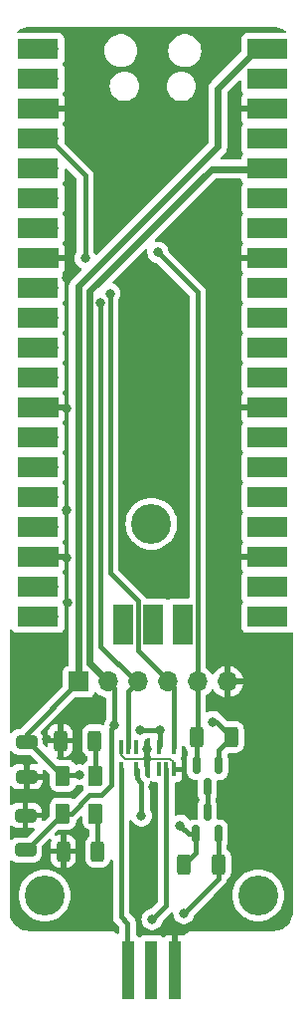
<source format=gbr>
%TF.GenerationSoftware,KiCad,Pcbnew,8.0.6-8.0.6-0~ubuntu22.04.1*%
%TF.CreationDate,2024-11-07T23:47:04-08:00*%
%TF.ProjectId,gbvideo_breakout,67627669-6465-46f5-9f62-7265616b6f75,rev?*%
%TF.SameCoordinates,Original*%
%TF.FileFunction,Copper,L1,Top*%
%TF.FilePolarity,Positive*%
%FSLAX46Y46*%
G04 Gerber Fmt 4.6, Leading zero omitted, Abs format (unit mm)*
G04 Created by KiCad (PCBNEW 8.0.6-8.0.6-0~ubuntu22.04.1) date 2024-11-07 23:47:04*
%MOMM*%
%LPD*%
G01*
G04 APERTURE LIST*
G04 Aperture macros list*
%AMRoundRect*
0 Rectangle with rounded corners*
0 $1 Rounding radius*
0 $2 $3 $4 $5 $6 $7 $8 $9 X,Y pos of 4 corners*
0 Add a 4 corners polygon primitive as box body*
4,1,4,$2,$3,$4,$5,$6,$7,$8,$9,$2,$3,0*
0 Add four circle primitives for the rounded corners*
1,1,$1+$1,$2,$3*
1,1,$1+$1,$4,$5*
1,1,$1+$1,$6,$7*
1,1,$1+$1,$8,$9*
0 Add four rect primitives between the rounded corners*
20,1,$1+$1,$2,$3,$4,$5,0*
20,1,$1+$1,$4,$5,$6,$7,0*
20,1,$1+$1,$6,$7,$8,$9,0*
20,1,$1+$1,$8,$9,$2,$3,0*%
G04 Aperture macros list end*
%TA.AperFunction,ComponentPad*%
%ADD10C,3.400000*%
%TD*%
%TA.AperFunction,SMDPad,CuDef*%
%ADD11R,1.700000X3.500000*%
%TD*%
%TA.AperFunction,ComponentPad*%
%ADD12O,1.700000X1.700000*%
%TD*%
%TA.AperFunction,ComponentPad*%
%ADD13R,1.700000X1.700000*%
%TD*%
%TA.AperFunction,SMDPad,CuDef*%
%ADD14R,3.500000X1.700000*%
%TD*%
%TA.AperFunction,SMDPad,CuDef*%
%ADD15R,0.400000X1.200000*%
%TD*%
%TA.AperFunction,SMDPad,CuDef*%
%ADD16RoundRect,0.150000X-0.150000X0.587500X-0.150000X-0.587500X0.150000X-0.587500X0.150000X0.587500X0*%
%TD*%
%TA.AperFunction,SMDPad,CuDef*%
%ADD17RoundRect,0.250000X0.375000X0.625000X-0.375000X0.625000X-0.375000X-0.625000X0.375000X-0.625000X0*%
%TD*%
%TA.AperFunction,SMDPad,CuDef*%
%ADD18RoundRect,0.250000X0.312500X0.625000X-0.312500X0.625000X-0.312500X-0.625000X0.312500X-0.625000X0*%
%TD*%
%TA.AperFunction,SMDPad,CuDef*%
%ADD19RoundRect,0.250000X-0.650000X0.325000X-0.650000X-0.325000X0.650000X-0.325000X0.650000X0.325000X0*%
%TD*%
%TA.AperFunction,SMDPad,CuDef*%
%ADD20RoundRect,0.250000X0.650000X-0.325000X0.650000X0.325000X-0.650000X0.325000X-0.650000X-0.325000X0*%
%TD*%
%TA.AperFunction,SMDPad,CuDef*%
%ADD21RoundRect,0.250000X-0.312500X-0.625000X0.312500X-0.625000X0.312500X0.625000X-0.312500X0.625000X0*%
%TD*%
%TA.AperFunction,ConnectorPad*%
%ADD22R,1.000000X5.000000*%
%TD*%
%TA.AperFunction,SMDPad,CuDef*%
%ADD23RoundRect,0.150000X0.150000X-0.587500X0.150000X0.587500X-0.150000X0.587500X-0.150000X-0.587500X0*%
%TD*%
%TA.AperFunction,ViaPad*%
%ADD24C,0.800000*%
%TD*%
%TA.AperFunction,Conductor*%
%ADD25C,0.400000*%
%TD*%
%TA.AperFunction,Conductor*%
%ADD26C,0.200000*%
%TD*%
%TA.AperFunction,Conductor*%
%ADD27C,0.600000*%
%TD*%
G04 APERTURE END LIST*
D10*
%TO.P,,2*%
%TO.N,N/C*%
X145344000Y-87757000D03*
%TD*%
%TO.P,,2*%
%TO.N,N/C*%
X154450000Y-119350000D03*
%TD*%
%TO.P,REF\u002A\u002A,2*%
%TO.N,N/C*%
X136250000Y-119370000D03*
%TD*%
D11*
%TO.P,U3,43,SWDIO*%
%TO.N,unconnected-(U3-SWDIO-Pad43)*%
X148005481Y-96351800D03*
D12*
X148005481Y-95451800D03*
D11*
%TO.P,U3,42,GND*%
%TO.N,unconnected-(U3-GND-Pad42)*%
X145465481Y-96351800D03*
D13*
X145465481Y-95451800D03*
D12*
%TO.P,U3,41,SWCLK*%
%TO.N,unconnected-(U3-SWCLK-Pad41)*%
X142925481Y-95451800D03*
D11*
X142925481Y-96351800D03*
D14*
%TO.P,U3,40,VBUS*%
%TO.N,+5V*%
X155255481Y-47421800D03*
D12*
X154355481Y-47421800D03*
%TO.P,U3,39,VSYS*%
%TO.N,unconnected-(U3-VSYS-Pad39)*%
X154355481Y-49961800D03*
D14*
X155255481Y-49961800D03*
D13*
%TO.P,U3,38,GND*%
%TO.N,GND*%
X154355481Y-52501800D03*
D14*
X155255481Y-52501800D03*
D12*
%TO.P,U3,37,3V3_EN*%
%TO.N,unconnected-(U3-3V3_EN-Pad37)*%
X154355481Y-55041800D03*
D14*
X155255481Y-55041800D03*
%TO.P,U3,36,3V3*%
%TO.N,+3.3V*%
X155255481Y-57581800D03*
D12*
X154355481Y-57581800D03*
%TO.P,U3,35,ADC_VREF*%
%TO.N,unconnected-(U3-ADC_VREF-Pad35)*%
X154355481Y-60121800D03*
D14*
X155255481Y-60121800D03*
D12*
%TO.P,U3,34,GPIO28_ADC2*%
%TO.N,unconnected-(U3-GPIO28_ADC2-Pad34)*%
X154355481Y-62661800D03*
D14*
X155255481Y-62661800D03*
D13*
%TO.P,U3,33,AGND*%
%TO.N,GND*%
X154355481Y-65201800D03*
D14*
X155255481Y-65201800D03*
%TO.P,U3,32,GPIO27_ADC1*%
%TO.N,unconnected-(U3-GPIO27_ADC1-Pad32)*%
X155255481Y-67741800D03*
D12*
X154355481Y-67741800D03*
D14*
%TO.P,U3,31,GPIO26_ADC0*%
%TO.N,unconnected-(U3-GPIO26_ADC0-Pad31)*%
X155255481Y-70281800D03*
D12*
X154355481Y-70281800D03*
%TO.P,U3,30,RUN*%
%TO.N,unconnected-(U3-RUN-Pad30)*%
X154355481Y-72821800D03*
D14*
X155255481Y-72821800D03*
%TO.P,U3,29,GPIO22*%
%TO.N,unconnected-(U3-GPIO22-Pad29)*%
X155255481Y-75361800D03*
D12*
X154355481Y-75361800D03*
D14*
%TO.P,U3,28,GND*%
%TO.N,GND*%
X155255481Y-77901800D03*
D13*
X154355481Y-77901800D03*
D14*
%TO.P,U3,27,GPIO21*%
%TO.N,unconnected-(U3-GPIO21-Pad27)*%
X155255481Y-80441800D03*
D12*
X154355481Y-80441800D03*
%TO.P,U3,26,GPIO20*%
%TO.N,unconnected-(U3-GPIO20-Pad26)*%
X154355481Y-82981800D03*
D14*
X155255481Y-82981800D03*
D12*
%TO.P,U3,25,GPIO19*%
%TO.N,unconnected-(U3-GPIO19-Pad25)*%
X154355481Y-85521800D03*
D14*
X155255481Y-85521800D03*
%TO.P,U3,24,GPIO18*%
%TO.N,unconnected-(U3-GPIO18-Pad24)*%
X155255481Y-88061800D03*
D12*
X154355481Y-88061800D03*
D13*
%TO.P,U3,23,GND*%
%TO.N,GND*%
X154355481Y-90601800D03*
D14*
X155255481Y-90601800D03*
D12*
%TO.P,U3,22,GPIO17*%
%TO.N,unconnected-(U3-GPIO17-Pad22)*%
X154355481Y-93141800D03*
D14*
X155255481Y-93141800D03*
D12*
%TO.P,U3,21,GPIO16*%
%TO.N,unconnected-(U3-GPIO16-Pad21)*%
X154355481Y-95681800D03*
D14*
X155255481Y-95681800D03*
D12*
%TO.P,U3,20,GPIO15*%
%TO.N,unconnected-(U3-GPIO15-Pad20)*%
X136575481Y-95681800D03*
D14*
X135675481Y-95681800D03*
%TO.P,U3,19,GPIO14*%
%TO.N,unconnected-(U3-GPIO14-Pad19)*%
X135675481Y-93141800D03*
D12*
X136575481Y-93141800D03*
D13*
%TO.P,U3,18,GND*%
%TO.N,GND*%
X136575481Y-90601800D03*
D14*
X135675481Y-90601800D03*
D12*
%TO.P,U3,17,GPIO13*%
%TO.N,unconnected-(U3-GPIO13-Pad17)*%
X136575481Y-88061800D03*
D14*
X135675481Y-88061800D03*
D12*
%TO.P,U3,16,GPIO12*%
%TO.N,unconnected-(U3-GPIO12-Pad16)*%
X136575481Y-85521800D03*
D14*
X135675481Y-85521800D03*
%TO.P,U3,15,GPIO11*%
%TO.N,unconnected-(U3-GPIO11-Pad15)*%
X135675481Y-82981800D03*
D12*
X136575481Y-82981800D03*
%TO.P,U3,14,GPIO10*%
%TO.N,unconnected-(U3-GPIO10-Pad14)*%
X136575481Y-80441800D03*
D14*
X135675481Y-80441800D03*
%TO.P,U3,13,GND*%
%TO.N,GND*%
X135675481Y-77901800D03*
D13*
X136575481Y-77901800D03*
D14*
%TO.P,U3,12,GPIO9*%
%TO.N,unconnected-(U3-GPIO9-Pad12)*%
X135675481Y-75361800D03*
D12*
X136575481Y-75361800D03*
%TO.P,U3,11,GPIO8*%
%TO.N,unconnected-(U3-GPIO8-Pad11)*%
X136575481Y-72821800D03*
D14*
X135675481Y-72821800D03*
%TO.P,U3,10,GPIO7*%
%TO.N,unconnected-(U3-GPIO7-Pad10)*%
X135675481Y-70281800D03*
D12*
X136575481Y-70281800D03*
%TO.P,U3,9,GPIO6*%
%TO.N,unconnected-(U3-GPIO6-Pad9)*%
X136575481Y-67741800D03*
D14*
X135675481Y-67741800D03*
%TO.P,U3,8,GND*%
%TO.N,GND*%
X135675481Y-65201800D03*
D13*
X136575481Y-65201800D03*
D12*
%TO.P,U3,7,GPIO5*%
%TO.N,unconnected-(U3-GPIO5-Pad7)*%
X136575481Y-62661800D03*
D14*
X135675481Y-62661800D03*
%TO.P,U3,6,GPIO4*%
%TO.N,TX_3V3*%
X135675481Y-60121800D03*
D12*
X136575481Y-60121800D03*
D14*
%TO.P,U3,5,GPIO3*%
%TO.N,CLK_3V3*%
X135675481Y-57581800D03*
D12*
X136575481Y-57581800D03*
D14*
%TO.P,U3,4,GPIO2*%
%TO.N,RX_3V3*%
X135675481Y-55041800D03*
D12*
X136575481Y-55041800D03*
D13*
%TO.P,U3,3,GND*%
%TO.N,GND*%
X136575481Y-52501800D03*
D14*
X135675481Y-52501800D03*
%TO.P,U3,2,GPIO1*%
%TO.N,unconnected-(U3-GPIO1-Pad2)*%
X135675481Y-49961800D03*
D12*
X136575481Y-49961800D03*
D14*
%TO.P,U3,1,GPIO0*%
%TO.N,unconnected-(U3-GPIO0-Pad1)*%
X135675481Y-47421800D03*
D12*
X136575481Y-47421800D03*
%TD*%
D15*
%TO.P,U2,5,VCC*%
%TO.N,+3.3V*%
X145950000Y-106750000D03*
%TO.P,U2,4,Y*%
%TO.N,RX_3V3*%
X147250000Y-106750000D03*
%TO.P,U2,3,GND*%
%TO.N,GND*%
X147250000Y-108650000D03*
%TO.P,U2,2,A*%
%TO.N,RX_5V*%
X146600000Y-108650000D03*
%TO.P,U2,1,NC*%
%TO.N,unconnected-(U2-NC-Pad1)*%
X145950000Y-108650000D03*
%TD*%
%TO.P,U1,5,VCC*%
%TO.N,+5V*%
X144050000Y-108650000D03*
%TO.P,U1,4,Y*%
%TO.N,TX_5V*%
X142750000Y-108650000D03*
%TO.P,U1,3,GND*%
%TO.N,GND*%
X142750000Y-106750000D03*
%TO.P,U1,2,A*%
%TO.N,TX_3V3*%
X143400000Y-106750000D03*
%TO.P,U1,1,NC*%
%TO.N,unconnected-(U1-NC-Pad1)*%
X144050000Y-106750000D03*
%TD*%
D16*
%TO.P,Q1,3,D*%
%TO.N,Net-(Q1-D)*%
X150120000Y-110170833D03*
%TO.P,Q1,2,S*%
%TO.N,CLK_3V3*%
X149170000Y-108295833D03*
%TO.P,Q1,1,G*%
%TO.N,+3.3V*%
X151070000Y-108295833D03*
%TD*%
D17*
%TO.P,LED_3V3,1,K*%
%TO.N,Net-(LED_3V3-K)*%
X140600000Y-112400000D03*
%TO.P,LED_3V3,2,A*%
%TO.N,+3.3V*%
X137800000Y-112400000D03*
%TD*%
%TO.P,LED_5V1,1,K*%
%TO.N,Net-(LED_5V1-K)*%
X140600000Y-109200000D03*
%TO.P,LED_5V1,2,A*%
%TO.N,+5V*%
X137800000Y-109200000D03*
%TD*%
D18*
%TO.P,R3,1*%
%TO.N,Net-(LED_5V1-K)*%
X140500000Y-106200000D03*
%TO.P,R3,2*%
%TO.N,GND*%
X137575000Y-106200000D03*
%TD*%
D19*
%TO.P,C1,1*%
%TO.N,+5V*%
X134690000Y-106309000D03*
%TO.P,C1,2*%
%TO.N,GND*%
X134690000Y-109259000D03*
%TD*%
D20*
%TO.P,C2,1*%
%TO.N,+3.3V*%
X134600000Y-115500000D03*
%TO.P,C2,2*%
%TO.N,GND*%
X134600000Y-112550000D03*
%TD*%
D13*
%TO.P,J1,1,Pin_1*%
%TO.N,+5V*%
X139121600Y-101198000D03*
D12*
%TO.P,J1,2,Pin_2*%
%TO.N,+3.3V*%
X141661600Y-101198000D03*
%TO.P,J1,3,Pin_3*%
%TO.N,TX_3V3*%
X144201600Y-101198000D03*
%TO.P,J1,4,Pin_4*%
%TO.N,RX_3V3*%
X146741600Y-101198000D03*
%TO.P,J1,5,Pin_5*%
%TO.N,CLK_3V3*%
X149281600Y-101198000D03*
%TO.P,J1,6,Pin_6*%
%TO.N,GND*%
X151821600Y-101198000D03*
%TD*%
D21*
%TO.P,R5,2*%
%TO.N,CLK_5V*%
X151062500Y-116700000D03*
%TO.P,R5,1*%
%TO.N,+5V*%
X148137500Y-116700000D03*
%TD*%
D18*
%TO.P,R1,2*%
%TO.N,CLK_3V3*%
X149237500Y-105900000D03*
%TO.P,R1,1*%
%TO.N,+3.3V*%
X152162500Y-105900000D03*
%TD*%
D22*
%TO.P,GB1,6,GND*%
%TO.N,GND*%
X147344000Y-125712800D03*
%TO.P,GB1,4,SD*%
%TO.N,unconnected-(GB1-SD-Pad4)*%
X145344000Y-125712800D03*
%TO.P,GB1,2,SO*%
%TO.N,TX_5V*%
X143344000Y-125712800D03*
%TD*%
D18*
%TO.P,R4,1*%
%TO.N,Net-(LED_3V3-K)*%
X140762500Y-115600000D03*
%TO.P,R4,2*%
%TO.N,GND*%
X137837500Y-115600000D03*
%TD*%
D23*
%TO.P,Q2,3,D*%
%TO.N,Net-(Q1-D)*%
X150100000Y-112262500D03*
%TO.P,Q2,2,S*%
%TO.N,CLK_5V*%
X151050000Y-114137500D03*
%TO.P,Q2,1,G*%
%TO.N,+5V*%
X149150000Y-114137500D03*
%TD*%
D24*
%TO.N,GND*%
X137800000Y-104300000D03*
X140200000Y-103900000D03*
X136400000Y-106100000D03*
X134700000Y-108000000D03*
X151200000Y-77800000D03*
X151700000Y-90700000D03*
X138200000Y-94500000D03*
X138100000Y-90700000D03*
X138100000Y-86600000D03*
X138100000Y-78000000D03*
X152500000Y-51300000D03*
X152500000Y-53800000D03*
X152400000Y-55800000D03*
X151200000Y-65400000D03*
X143800000Y-66600000D03*
X148900000Y-61600000D03*
X151000000Y-59200000D03*
X147500000Y-57300000D03*
X144600000Y-60300000D03*
X141700000Y-63200000D03*
X139900000Y-55300000D03*
X138500000Y-59600000D03*
X138100000Y-66900000D03*
X146200000Y-68200000D03*
X146100000Y-77600000D03*
X146100000Y-83800000D03*
X145500000Y-110100000D03*
X145000000Y-106900000D03*
X153600000Y-105000000D03*
X153400000Y-110600000D03*
X153400000Y-115700000D03*
X136400000Y-115700000D03*
X139300000Y-114000000D03*
X156300000Y-99700000D03*
X151400000Y-47300000D03*
X147000000Y-54600000D03*
X139800000Y-52700000D03*
X139800000Y-47300000D03*
X151200000Y-63500000D03*
X151200000Y-71400000D03*
X151200000Y-80400000D03*
X151400000Y-87900000D03*
X151500000Y-94500000D03*
X134100000Y-98700000D03*
X134200000Y-102700000D03*
X156300000Y-105000000D03*
X156300000Y-110700000D03*
X156400000Y-115700000D03*
X151100000Y-121100000D03*
X139900000Y-118400000D03*
X140000000Y-121100000D03*
X147900000Y-111000000D03*
X144600000Y-115700000D03*
X144600000Y-118900000D03*
X136300000Y-110900000D03*
%TO.N,+3.3V*%
X142200000Y-104900000D03*
X144400000Y-105300000D03*
X146100000Y-105300000D03*
X150600000Y-104600000D03*
%TO.N,+5V*%
X139200000Y-109100000D03*
X147800000Y-113400000D03*
X144500000Y-112600000D03*
%TO.N,CLK_5V*%
X148100000Y-120900000D03*
%TO.N,RX_5V*%
X145400000Y-121400000D03*
%TO.N,TX_3V3*%
X141000000Y-69000000D03*
%TO.N,RX_3V3*%
X139700000Y-65200000D03*
X141800000Y-68200000D03*
%TO.N,CLK_3V3*%
X145900000Y-64700000D03*
%TD*%
D25*
%TO.N,+5V*%
X144050000Y-108650000D02*
X144100000Y-108700000D01*
X144100000Y-108700000D02*
X144100000Y-109400000D01*
X144100000Y-109400000D02*
X144500000Y-109800000D01*
X144500000Y-109800000D02*
X144500000Y-112600000D01*
%TO.N,CLK_5V*%
X151062500Y-116700000D02*
X151062500Y-114150000D01*
X151062500Y-114150000D02*
X151050000Y-114137500D01*
%TO.N,Net-(Q1-D)*%
X150120000Y-110170833D02*
X150120000Y-112242500D01*
X150120000Y-112242500D02*
X150100000Y-112262500D01*
D26*
%TO.N,GND*%
X142750000Y-106750000D02*
X142750000Y-107400000D01*
X142750000Y-107400000D02*
X143100000Y-107750000D01*
X143100000Y-107750000D02*
X146950000Y-107750000D01*
X146950000Y-107750000D02*
X147250000Y-108050000D01*
X147250000Y-108050000D02*
X147250000Y-108650000D01*
D25*
%TO.N,+3.3V*%
X142200000Y-104900000D02*
X141900000Y-105200000D01*
X138500000Y-112400000D02*
X137800000Y-112400000D01*
X142200000Y-101736400D02*
X141661600Y-101198000D01*
X141900000Y-105200000D02*
X141900000Y-110000000D01*
X141900000Y-110000000D02*
X141100000Y-110800000D01*
X140100000Y-110800000D02*
X138500000Y-112400000D01*
X141100000Y-110800000D02*
X140100000Y-110800000D01*
X142200000Y-104900000D02*
X142200000Y-101736400D01*
X146100000Y-105300000D02*
X144400000Y-105300000D01*
X146100000Y-106600000D02*
X145950000Y-106750000D01*
X152162500Y-105900000D02*
X150862500Y-104600000D01*
X146100000Y-105300000D02*
X146100000Y-106600000D01*
X150862500Y-104600000D02*
X150600000Y-104600000D01*
X151070000Y-108295833D02*
X151070000Y-106992500D01*
X151070000Y-106992500D02*
X152162500Y-105900000D01*
%TO.N,CLK_3V3*%
X149237500Y-105900000D02*
X149170000Y-105967500D01*
X149170000Y-105967500D02*
X149170000Y-108295833D01*
X149281600Y-101198000D02*
X149281600Y-105855900D01*
X149281600Y-105855900D02*
X149237500Y-105900000D01*
%TO.N,+5V*%
X139200000Y-109100000D02*
X137900000Y-109100000D01*
X137900000Y-109100000D02*
X137800000Y-109200000D01*
X149150000Y-114137500D02*
X149150000Y-115687500D01*
X149150000Y-115687500D02*
X148137500Y-116700000D01*
X147800000Y-113400000D02*
X148537500Y-114137500D01*
X148537500Y-114137500D02*
X149150000Y-114137500D01*
%TO.N,Net-(LED_5V1-K)*%
X140600000Y-109200000D02*
X140600000Y-106300000D01*
X140600000Y-106300000D02*
X140500000Y-106200000D01*
%TO.N,Net-(LED_3V3-K)*%
X140762500Y-115600000D02*
X140762500Y-112562500D01*
X140762500Y-112562500D02*
X140600000Y-112400000D01*
%TO.N,+3.3V*%
X137800000Y-112400000D02*
X134700000Y-115500000D01*
X134700000Y-115500000D02*
X134600000Y-115500000D01*
%TO.N,+5V*%
X134690000Y-106309000D02*
X134909000Y-106309000D01*
X134909000Y-106309000D02*
X137800000Y-109200000D01*
X134690000Y-106309000D02*
X134690000Y-105629600D01*
X134690000Y-105629600D02*
X139121600Y-101198000D01*
%TO.N,CLK_5V*%
X151062500Y-117937500D02*
X148100000Y-120900000D01*
X151062500Y-116700000D02*
X151062500Y-117937500D01*
%TO.N,TX_5V*%
X142750000Y-121150000D02*
X143300000Y-121700000D01*
X143300000Y-121700000D02*
X143300000Y-125668800D01*
X142750000Y-108650000D02*
X142750000Y-121150000D01*
X143300000Y-125668800D02*
X143344000Y-125712800D01*
%TO.N,RX_5V*%
X146600000Y-120200000D02*
X145400000Y-121400000D01*
X146600000Y-108650000D02*
X146600000Y-120200000D01*
%TO.N,TX_3V3*%
X143400000Y-106750000D02*
X143400000Y-101999600D01*
X143400000Y-101999600D02*
X144201600Y-101198000D01*
%TO.N,RX_3V3*%
X147250000Y-106750000D02*
X147250000Y-101706400D01*
X147250000Y-101706400D02*
X146741600Y-101198000D01*
X139700000Y-58166319D02*
X136575481Y-55041800D01*
X139700000Y-65200000D02*
X139700000Y-58166319D01*
%TO.N,CLK_3V3*%
X149281600Y-68081600D02*
X145900000Y-64700000D01*
X149281600Y-101198000D02*
X149281600Y-68081600D01*
D27*
%TO.N,+3.3V*%
X154355481Y-57581800D02*
X154337281Y-57600000D01*
X154337281Y-57600000D02*
X150500000Y-57600000D01*
X150500000Y-57600000D02*
X140100000Y-68000000D01*
X140100000Y-68000000D02*
X140100000Y-99636400D01*
X140100000Y-99636400D02*
X141661600Y-101198000D01*
%TO.N,+5V*%
X139121600Y-67578400D02*
X151000000Y-55700000D01*
X139121600Y-101198000D02*
X139121600Y-67578400D01*
X151000000Y-55700000D02*
X151000000Y-50777281D01*
X151000000Y-50777281D02*
X154355481Y-47421800D01*
D25*
%TO.N,TX_3V3*%
X141000000Y-69000000D02*
X141000000Y-98200000D01*
X141000000Y-98200000D02*
X143998000Y-101198000D01*
X143998000Y-101198000D02*
X144201600Y-101198000D01*
%TO.N,RX_3V3*%
X141800000Y-68200000D02*
X141800000Y-91900000D01*
X141800000Y-91900000D02*
X144200000Y-94300000D01*
X144200000Y-94300000D02*
X144200000Y-98500000D01*
X144200000Y-98500000D02*
X146741600Y-101041600D01*
X146741600Y-101041600D02*
X146741600Y-101198000D01*
%TD*%
%TA.AperFunction,Conductor*%
%TO.N,GND*%
G36*
X152952125Y-58420185D02*
G01*
X152997880Y-58472989D01*
X153008376Y-58511246D01*
X153011390Y-58539283D01*
X153061683Y-58674128D01*
X153061684Y-58674130D01*
X153139059Y-58777489D01*
X153163476Y-58842953D01*
X153148625Y-58911226D01*
X153139059Y-58926111D01*
X153061684Y-59029469D01*
X153061683Y-59029471D01*
X153011389Y-59164317D01*
X153004982Y-59223916D01*
X153004982Y-59223923D01*
X153004981Y-59223935D01*
X153004981Y-60057416D01*
X153004509Y-60068223D01*
X152999822Y-60121797D01*
X152999822Y-60121802D01*
X153004509Y-60175376D01*
X153004981Y-60186183D01*
X153004981Y-61019670D01*
X153004982Y-61019676D01*
X153011389Y-61079283D01*
X153061683Y-61214128D01*
X153061684Y-61214130D01*
X153139059Y-61317489D01*
X153163476Y-61382953D01*
X153148625Y-61451226D01*
X153139059Y-61466111D01*
X153061684Y-61569469D01*
X153061683Y-61569471D01*
X153011389Y-61704317D01*
X153004982Y-61763916D01*
X153004982Y-61763923D01*
X153004981Y-61763935D01*
X153004981Y-62597416D01*
X153004509Y-62608223D01*
X152999822Y-62661797D01*
X152999822Y-62661802D01*
X153004509Y-62715376D01*
X153004981Y-62726183D01*
X153004981Y-63559670D01*
X153004982Y-63559676D01*
X153011389Y-63619283D01*
X153061683Y-63754128D01*
X153061687Y-63754135D01*
X153139370Y-63857905D01*
X153163788Y-63923369D01*
X153148937Y-63991642D01*
X153139371Y-64006527D01*
X153062128Y-64109710D01*
X153062126Y-64109713D01*
X153011884Y-64244420D01*
X153011882Y-64244427D01*
X153005481Y-64303955D01*
X153005481Y-64951800D01*
X153910921Y-64951800D01*
X153880236Y-65004947D01*
X153845481Y-65134657D01*
X153845481Y-65268943D01*
X153880236Y-65398653D01*
X153910921Y-65451800D01*
X153005481Y-65451800D01*
X153005481Y-66099644D01*
X153011882Y-66159172D01*
X153011884Y-66159179D01*
X153062126Y-66293886D01*
X153062127Y-66293888D01*
X153139371Y-66397072D01*
X153163788Y-66462536D01*
X153148937Y-66530809D01*
X153139371Y-66545694D01*
X153061685Y-66649469D01*
X153061683Y-66649471D01*
X153011389Y-66784317D01*
X153004982Y-66843916D01*
X153004982Y-66843923D01*
X153004981Y-66843935D01*
X153004981Y-67677416D01*
X153004509Y-67688223D01*
X152999822Y-67741797D01*
X152999822Y-67741802D01*
X153004509Y-67795376D01*
X153004981Y-67806183D01*
X153004981Y-68639670D01*
X153004982Y-68639676D01*
X153011389Y-68699283D01*
X153061683Y-68834128D01*
X153061684Y-68834130D01*
X153139059Y-68937489D01*
X153163476Y-69002953D01*
X153148625Y-69071226D01*
X153139059Y-69086111D01*
X153061684Y-69189469D01*
X153061683Y-69189471D01*
X153011389Y-69324317D01*
X153004982Y-69383916D01*
X153004982Y-69383923D01*
X153004981Y-69383935D01*
X153004981Y-70217416D01*
X153004509Y-70228223D01*
X152999822Y-70281797D01*
X152999822Y-70281802D01*
X153004509Y-70335376D01*
X153004981Y-70346183D01*
X153004981Y-71179670D01*
X153004982Y-71179676D01*
X153011389Y-71239283D01*
X153061683Y-71374128D01*
X153061684Y-71374130D01*
X153139059Y-71477489D01*
X153163476Y-71542953D01*
X153148625Y-71611226D01*
X153139059Y-71626111D01*
X153061684Y-71729469D01*
X153061683Y-71729471D01*
X153011389Y-71864317D01*
X153004982Y-71923916D01*
X153004982Y-71923923D01*
X153004981Y-71923935D01*
X153004981Y-72757416D01*
X153004509Y-72768223D01*
X152999822Y-72821797D01*
X152999822Y-72821802D01*
X153004509Y-72875376D01*
X153004981Y-72886183D01*
X153004981Y-73719670D01*
X153004982Y-73719676D01*
X153011389Y-73779283D01*
X153061683Y-73914128D01*
X153061684Y-73914130D01*
X153139059Y-74017489D01*
X153163476Y-74082953D01*
X153148625Y-74151226D01*
X153139059Y-74166111D01*
X153061684Y-74269469D01*
X153061683Y-74269471D01*
X153011389Y-74404317D01*
X153004982Y-74463916D01*
X153004982Y-74463923D01*
X153004981Y-74463935D01*
X153004981Y-75297416D01*
X153004509Y-75308223D01*
X152999822Y-75361797D01*
X152999822Y-75361802D01*
X153004509Y-75415376D01*
X153004981Y-75426183D01*
X153004981Y-76259670D01*
X153004982Y-76259676D01*
X153011389Y-76319283D01*
X153061683Y-76454128D01*
X153061687Y-76454135D01*
X153139370Y-76557905D01*
X153163788Y-76623369D01*
X153148937Y-76691642D01*
X153139371Y-76706527D01*
X153062128Y-76809710D01*
X153062126Y-76809713D01*
X153011884Y-76944420D01*
X153011882Y-76944427D01*
X153005481Y-77003955D01*
X153005481Y-77651800D01*
X153910921Y-77651800D01*
X153880236Y-77704947D01*
X153845481Y-77834657D01*
X153845481Y-77968943D01*
X153880236Y-78098653D01*
X153910921Y-78151800D01*
X153005481Y-78151800D01*
X153005481Y-78799644D01*
X153011882Y-78859172D01*
X153011884Y-78859179D01*
X153062126Y-78993886D01*
X153062127Y-78993888D01*
X153139371Y-79097072D01*
X153163788Y-79162536D01*
X153148937Y-79230809D01*
X153139371Y-79245694D01*
X153061685Y-79349469D01*
X153061683Y-79349471D01*
X153011389Y-79484317D01*
X153004982Y-79543916D01*
X153004982Y-79543923D01*
X153004981Y-79543935D01*
X153004981Y-80377416D01*
X153004509Y-80388223D01*
X152999822Y-80441797D01*
X152999822Y-80441802D01*
X153004509Y-80495376D01*
X153004981Y-80506183D01*
X153004981Y-81339670D01*
X153004982Y-81339676D01*
X153011389Y-81399283D01*
X153061683Y-81534128D01*
X153061684Y-81534130D01*
X153139059Y-81637489D01*
X153163476Y-81702953D01*
X153148625Y-81771226D01*
X153139059Y-81786111D01*
X153061684Y-81889469D01*
X153061683Y-81889471D01*
X153011389Y-82024317D01*
X153004982Y-82083916D01*
X153004982Y-82083923D01*
X153004981Y-82083935D01*
X153004981Y-82917416D01*
X153004509Y-82928223D01*
X152999822Y-82981797D01*
X152999822Y-82981802D01*
X153004509Y-83035376D01*
X153004981Y-83046183D01*
X153004981Y-83879670D01*
X153004982Y-83879676D01*
X153011389Y-83939283D01*
X153061683Y-84074128D01*
X153061684Y-84074130D01*
X153139059Y-84177489D01*
X153163476Y-84242953D01*
X153148625Y-84311226D01*
X153139059Y-84326111D01*
X153061684Y-84429469D01*
X153061683Y-84429471D01*
X153011389Y-84564317D01*
X153004982Y-84623916D01*
X153004982Y-84623923D01*
X153004981Y-84623935D01*
X153004981Y-85457416D01*
X153004509Y-85468223D01*
X152999822Y-85521797D01*
X152999822Y-85521802D01*
X153004509Y-85575376D01*
X153004981Y-85586183D01*
X153004981Y-86419670D01*
X153004982Y-86419676D01*
X153011389Y-86479283D01*
X153061683Y-86614128D01*
X153061684Y-86614130D01*
X153139059Y-86717489D01*
X153163476Y-86782953D01*
X153148625Y-86851226D01*
X153139059Y-86866111D01*
X153061684Y-86969469D01*
X153061683Y-86969471D01*
X153011389Y-87104317D01*
X153004982Y-87163916D01*
X153004982Y-87163923D01*
X153004981Y-87163935D01*
X153004981Y-87997416D01*
X153004509Y-88008223D01*
X152999822Y-88061797D01*
X152999822Y-88061802D01*
X153004509Y-88115376D01*
X153004981Y-88126183D01*
X153004981Y-88959670D01*
X153004982Y-88959676D01*
X153011389Y-89019283D01*
X153061683Y-89154128D01*
X153061687Y-89154135D01*
X153139370Y-89257905D01*
X153163788Y-89323369D01*
X153148937Y-89391642D01*
X153139371Y-89406527D01*
X153062128Y-89509710D01*
X153062126Y-89509713D01*
X153011884Y-89644420D01*
X153011882Y-89644427D01*
X153005481Y-89703955D01*
X153005481Y-90351800D01*
X153910921Y-90351800D01*
X153880236Y-90404947D01*
X153845481Y-90534657D01*
X153845481Y-90668943D01*
X153880236Y-90798653D01*
X153910921Y-90851800D01*
X153005481Y-90851800D01*
X153005481Y-91499644D01*
X153011882Y-91559172D01*
X153011884Y-91559179D01*
X153062126Y-91693886D01*
X153062127Y-91693888D01*
X153139371Y-91797072D01*
X153163788Y-91862536D01*
X153148937Y-91930809D01*
X153139371Y-91945694D01*
X153061685Y-92049469D01*
X153061683Y-92049471D01*
X153011389Y-92184317D01*
X153004982Y-92243916D01*
X153004982Y-92243923D01*
X153004981Y-92243935D01*
X153004981Y-93077416D01*
X153004509Y-93088223D01*
X152999822Y-93141797D01*
X152999822Y-93141802D01*
X153004509Y-93195376D01*
X153004981Y-93206183D01*
X153004981Y-94039670D01*
X153004982Y-94039676D01*
X153011389Y-94099283D01*
X153061683Y-94234128D01*
X153061684Y-94234130D01*
X153139059Y-94337489D01*
X153163476Y-94402953D01*
X153148625Y-94471226D01*
X153139059Y-94486111D01*
X153061684Y-94589469D01*
X153061683Y-94589471D01*
X153011389Y-94724317D01*
X153004982Y-94783916D01*
X153004982Y-94783923D01*
X153004981Y-94783935D01*
X153004981Y-95617416D01*
X153004509Y-95628223D01*
X152999822Y-95681797D01*
X152999822Y-95681802D01*
X153004509Y-95735376D01*
X153004981Y-95746183D01*
X153004981Y-96579670D01*
X153004982Y-96579676D01*
X153011389Y-96639283D01*
X153061683Y-96774128D01*
X153061687Y-96774135D01*
X153147933Y-96889344D01*
X153147936Y-96889347D01*
X153263145Y-96975593D01*
X153263152Y-96975597D01*
X153397998Y-97025891D01*
X153397997Y-97025891D01*
X153404925Y-97026635D01*
X153457608Y-97032300D01*
X154291097Y-97032299D01*
X154301906Y-97032771D01*
X154355481Y-97037459D01*
X154409056Y-97032771D01*
X154419865Y-97032299D01*
X157053352Y-97032299D01*
X157053353Y-97032299D01*
X157112964Y-97025891D01*
X157247812Y-96975596D01*
X157247818Y-96975591D01*
X157250065Y-96974365D01*
X157252582Y-96973817D01*
X157256122Y-96972497D01*
X157256311Y-96973005D01*
X157318336Y-96959508D01*
X157383803Y-96983920D01*
X157425678Y-97039850D01*
X157433500Y-97083193D01*
X157433500Y-120677572D01*
X157433184Y-120686418D01*
X157416834Y-120915017D01*
X157414316Y-120932529D01*
X157366543Y-121152137D01*
X157361559Y-121169112D01*
X157283019Y-121379688D01*
X157275669Y-121395782D01*
X157167959Y-121593036D01*
X157158394Y-121607919D01*
X157023710Y-121787836D01*
X157012124Y-121801207D01*
X156853207Y-121960124D01*
X156839836Y-121971710D01*
X156659919Y-122106394D01*
X156645036Y-122115959D01*
X156447782Y-122223669D01*
X156431688Y-122231019D01*
X156221112Y-122309559D01*
X156204137Y-122314543D01*
X155984529Y-122362316D01*
X155967017Y-122364834D01*
X155738418Y-122381184D01*
X155729572Y-122381500D01*
X148765155Y-122381500D01*
X148610510Y-122412261D01*
X148610498Y-122412264D01*
X148464827Y-122472602D01*
X148464814Y-122472609D01*
X148333711Y-122560210D01*
X148333707Y-122560213D01*
X148222213Y-122671707D01*
X148222208Y-122671713D01*
X148197285Y-122709013D01*
X148143672Y-122753818D01*
X148074347Y-122762524D01*
X148050851Y-122756303D01*
X147951380Y-122719203D01*
X147951372Y-122719201D01*
X147891844Y-122712800D01*
X147594000Y-122712800D01*
X147594000Y-125838800D01*
X147574315Y-125905839D01*
X147521511Y-125951594D01*
X147470000Y-125962800D01*
X147218000Y-125962800D01*
X147150961Y-125943115D01*
X147105206Y-125890311D01*
X147094000Y-125838800D01*
X147094000Y-122712800D01*
X146796155Y-122712800D01*
X146736627Y-122719201D01*
X146736620Y-122719203D01*
X146601913Y-122769445D01*
X146601906Y-122769449D01*
X146486812Y-122855609D01*
X146443578Y-122913362D01*
X146387644Y-122955232D01*
X146317952Y-122960216D01*
X146256629Y-122926730D01*
X146245046Y-122913362D01*
X146221830Y-122882350D01*
X146201546Y-122855254D01*
X146201544Y-122855253D01*
X146201544Y-122855252D01*
X146086335Y-122769006D01*
X146086328Y-122769002D01*
X145951482Y-122718708D01*
X145951483Y-122718708D01*
X145891883Y-122712301D01*
X145891881Y-122712300D01*
X145891873Y-122712300D01*
X145891864Y-122712300D01*
X144796129Y-122712300D01*
X144796123Y-122712301D01*
X144736516Y-122718708D01*
X144601671Y-122769002D01*
X144601664Y-122769006D01*
X144486455Y-122855252D01*
X144443266Y-122912945D01*
X144387332Y-122954815D01*
X144317640Y-122959799D01*
X144256317Y-122926313D01*
X144244734Y-122912945D01*
X144221830Y-122882350D01*
X144201546Y-122855254D01*
X144201544Y-122855253D01*
X144201544Y-122855252D01*
X144086335Y-122769006D01*
X144086323Y-122768999D01*
X144081163Y-122767075D01*
X144025231Y-122725202D01*
X144000816Y-122659737D01*
X144000500Y-122650895D01*
X144000500Y-121631004D01*
X144000499Y-121631002D01*
X143973582Y-121495679D01*
X143973579Y-121495670D01*
X143967391Y-121480730D01*
X143947296Y-121432216D01*
X143920778Y-121368195D01*
X143920771Y-121368182D01*
X143844115Y-121253459D01*
X143802396Y-121211740D01*
X143746542Y-121155886D01*
X143486819Y-120896162D01*
X143453334Y-120834839D01*
X143450500Y-120808481D01*
X143450500Y-113045986D01*
X143470185Y-112978947D01*
X143522989Y-112933192D01*
X143592147Y-112923248D01*
X143655703Y-112952273D01*
X143681887Y-112983987D01*
X143767463Y-113132211D01*
X143767465Y-113132214D01*
X143894129Y-113272888D01*
X144047265Y-113384148D01*
X144047270Y-113384151D01*
X144220192Y-113461142D01*
X144220197Y-113461144D01*
X144405354Y-113500500D01*
X144405355Y-113500500D01*
X144594644Y-113500500D01*
X144594646Y-113500500D01*
X144779803Y-113461144D01*
X144952730Y-113384151D01*
X145105871Y-113272888D01*
X145232533Y-113132216D01*
X145327179Y-112968284D01*
X145385674Y-112788256D01*
X145405460Y-112600000D01*
X145385674Y-112411744D01*
X145327179Y-112231716D01*
X145269256Y-112131390D01*
X145232535Y-112067787D01*
X145232531Y-112067782D01*
X145232344Y-112067574D01*
X145232273Y-112067427D01*
X145228714Y-112062528D01*
X145229610Y-112061876D01*
X145202119Y-112004580D01*
X145200500Y-111984608D01*
X145200500Y-109731004D01*
X145199903Y-109724942D01*
X145202070Y-109724728D01*
X145207420Y-109664911D01*
X145250281Y-109609732D01*
X145316170Y-109586485D01*
X145384168Y-109602550D01*
X145397113Y-109611034D01*
X145507079Y-109693354D01*
X145507668Y-109693795D01*
X145507671Y-109693797D01*
X145552618Y-109710561D01*
X145642517Y-109744091D01*
X145702127Y-109750500D01*
X145775500Y-109750499D01*
X145842538Y-109770183D01*
X145888294Y-109822986D01*
X145899500Y-109874499D01*
X145899500Y-119858481D01*
X145879815Y-119925520D01*
X145863181Y-119946162D01*
X145337026Y-120472316D01*
X145275703Y-120505801D01*
X145275126Y-120505925D01*
X145120197Y-120538855D01*
X145120192Y-120538857D01*
X144947270Y-120615848D01*
X144947265Y-120615851D01*
X144794129Y-120727111D01*
X144667466Y-120867785D01*
X144572821Y-121031715D01*
X144572818Y-121031722D01*
X144528178Y-121169112D01*
X144514326Y-121211744D01*
X144494540Y-121400000D01*
X144514326Y-121588256D01*
X144514327Y-121588259D01*
X144572818Y-121768277D01*
X144572821Y-121768284D01*
X144667467Y-121932216D01*
X144765883Y-122041518D01*
X144794129Y-122072888D01*
X144947265Y-122184148D01*
X144947270Y-122184151D01*
X145120192Y-122261142D01*
X145120197Y-122261144D01*
X145305354Y-122300500D01*
X145305355Y-122300500D01*
X145494644Y-122300500D01*
X145494646Y-122300500D01*
X145679803Y-122261144D01*
X145852730Y-122184151D01*
X146005871Y-122072888D01*
X146132533Y-121932216D01*
X146227179Y-121768284D01*
X146285674Y-121588256D01*
X146290864Y-121538869D01*
X146317447Y-121474258D01*
X146326494Y-121464161D01*
X146982859Y-120807798D01*
X147044182Y-120774313D01*
X147113874Y-120779297D01*
X147169807Y-120821169D01*
X147194224Y-120886633D01*
X147194540Y-120895479D01*
X147194540Y-120899997D01*
X147194540Y-120900000D01*
X147214326Y-121088256D01*
X147214327Y-121088259D01*
X147272818Y-121268277D01*
X147272821Y-121268284D01*
X147367467Y-121432216D01*
X147494129Y-121572888D01*
X147647265Y-121684148D01*
X147647270Y-121684151D01*
X147820192Y-121761142D01*
X147820197Y-121761144D01*
X148005354Y-121800500D01*
X148005355Y-121800500D01*
X148194644Y-121800500D01*
X148194646Y-121800500D01*
X148379803Y-121761144D01*
X148552730Y-121684151D01*
X148705871Y-121572888D01*
X148832533Y-121432216D01*
X148927179Y-121268284D01*
X148985674Y-121088256D01*
X148990864Y-121038869D01*
X149017447Y-120974258D01*
X149026494Y-120964161D01*
X150640656Y-119350000D01*
X152244778Y-119350000D01*
X152263644Y-119637837D01*
X152263646Y-119637849D01*
X152319917Y-119920745D01*
X152319921Y-119920760D01*
X152412642Y-120193905D01*
X152540219Y-120452606D01*
X152540223Y-120452613D01*
X152700478Y-120692452D01*
X152890672Y-120909327D01*
X153107547Y-121099521D01*
X153275495Y-121211740D01*
X153347389Y-121259778D01*
X153606098Y-121387359D01*
X153879247Y-121480081D01*
X154162161Y-121536356D01*
X154450000Y-121555222D01*
X154737839Y-121536356D01*
X155020753Y-121480081D01*
X155293902Y-121387359D01*
X155552611Y-121259778D01*
X155792454Y-121099520D01*
X156009327Y-120909327D01*
X156199520Y-120692454D01*
X156359778Y-120452611D01*
X156487359Y-120193902D01*
X156580081Y-119920753D01*
X156636356Y-119637839D01*
X156655222Y-119350000D01*
X156636356Y-119062161D01*
X156580081Y-118779247D01*
X156487359Y-118506098D01*
X156359778Y-118247389D01*
X156289247Y-118141832D01*
X156199521Y-118007547D01*
X156009327Y-117790672D01*
X155792452Y-117600478D01*
X155552613Y-117440223D01*
X155552606Y-117440219D01*
X155293905Y-117312642D01*
X155020760Y-117219921D01*
X155020754Y-117219919D01*
X155020753Y-117219919D01*
X155020751Y-117219918D01*
X155020745Y-117219917D01*
X154737849Y-117163646D01*
X154737839Y-117163644D01*
X154450000Y-117144778D01*
X154162161Y-117163644D01*
X154162155Y-117163645D01*
X154162150Y-117163646D01*
X153879254Y-117219917D01*
X153879239Y-117219921D01*
X153606094Y-117312642D01*
X153347393Y-117440219D01*
X153347386Y-117440223D01*
X153107547Y-117600478D01*
X152890672Y-117790672D01*
X152700478Y-118007547D01*
X152540223Y-118247386D01*
X152540219Y-118247393D01*
X152412642Y-118506094D01*
X152319921Y-118779239D01*
X152319917Y-118779254D01*
X152263646Y-119062150D01*
X152263644Y-119062162D01*
X152244778Y-119350000D01*
X150640656Y-119350000D01*
X151606614Y-118384043D01*
X151683275Y-118269311D01*
X151684070Y-118267393D01*
X151736078Y-118141832D01*
X151736080Y-118141828D01*
X151749274Y-118075498D01*
X151761311Y-118014987D01*
X151793696Y-117953076D01*
X151817830Y-117933640D01*
X151843656Y-117917712D01*
X151967712Y-117793656D01*
X152059814Y-117644334D01*
X152114999Y-117477797D01*
X152125500Y-117375009D01*
X152125499Y-116024992D01*
X152114999Y-115922203D01*
X152059814Y-115755666D01*
X151967712Y-115606344D01*
X151843656Y-115482288D01*
X151821900Y-115468868D01*
X151775177Y-115416918D01*
X151763000Y-115363331D01*
X151763000Y-115084833D01*
X151780268Y-115021712D01*
X151783535Y-115016187D01*
X151801744Y-114985398D01*
X151847598Y-114827569D01*
X151850500Y-114790694D01*
X151850500Y-113484306D01*
X151847598Y-113447431D01*
X151841583Y-113426729D01*
X151801745Y-113289606D01*
X151801744Y-113289603D01*
X151801744Y-113289602D01*
X151718081Y-113148135D01*
X151718079Y-113148133D01*
X151718076Y-113148129D01*
X151601870Y-113031923D01*
X151601862Y-113031917D01*
X151501323Y-112972459D01*
X151460398Y-112948256D01*
X151460397Y-112948255D01*
X151460396Y-112948255D01*
X151460393Y-112948254D01*
X151302573Y-112902402D01*
X151302567Y-112902401D01*
X151265701Y-112899500D01*
X151265694Y-112899500D01*
X151024500Y-112899500D01*
X150957461Y-112879815D01*
X150911706Y-112827011D01*
X150900500Y-112775500D01*
X150900500Y-111609313D01*
X150900499Y-111609298D01*
X150897598Y-111572432D01*
X150897597Y-111572426D01*
X150851745Y-111414606D01*
X150851745Y-111414605D01*
X150851744Y-111414602D01*
X150843144Y-111400060D01*
X150837767Y-111390967D01*
X150820500Y-111327848D01*
X150820500Y-111139302D01*
X150837768Y-111076181D01*
X150843666Y-111066208D01*
X150871744Y-111018731D01*
X150917598Y-110860902D01*
X150920500Y-110824027D01*
X150920500Y-109657833D01*
X150940185Y-109590794D01*
X150992989Y-109545039D01*
X151044500Y-109533833D01*
X151285686Y-109533833D01*
X151285694Y-109533833D01*
X151322569Y-109530931D01*
X151322571Y-109530930D01*
X151322573Y-109530930D01*
X151398055Y-109509000D01*
X151480398Y-109485077D01*
X151621865Y-109401414D01*
X151738081Y-109285198D01*
X151821744Y-109143731D01*
X151867598Y-108985902D01*
X151870500Y-108949027D01*
X151870500Y-107642639D01*
X151867598Y-107605764D01*
X151867597Y-107605759D01*
X151819568Y-107440443D01*
X151821019Y-107440021D01*
X151813534Y-107379411D01*
X151843819Y-107316446D01*
X151903338Y-107279850D01*
X151935889Y-107275499D01*
X152525008Y-107275499D01*
X152525016Y-107275498D01*
X152525019Y-107275498D01*
X152581302Y-107269748D01*
X152627797Y-107264999D01*
X152794334Y-107209814D01*
X152943656Y-107117712D01*
X153067712Y-106993656D01*
X153159814Y-106844334D01*
X153214999Y-106677797D01*
X153225500Y-106575009D01*
X153225499Y-105224992D01*
X153214999Y-105122203D01*
X153159814Y-104955666D01*
X153067712Y-104806344D01*
X152943656Y-104682288D01*
X152850888Y-104625069D01*
X152794336Y-104590187D01*
X152794331Y-104590185D01*
X152750974Y-104575818D01*
X152627797Y-104535001D01*
X152627795Y-104535000D01*
X152525016Y-104524500D01*
X151829019Y-104524500D01*
X151761980Y-104504815D01*
X151741338Y-104488181D01*
X151359911Y-104106754D01*
X151340206Y-104081075D01*
X151332533Y-104067784D01*
X151205871Y-103927112D01*
X151205870Y-103927111D01*
X151052734Y-103815851D01*
X151052729Y-103815848D01*
X150879807Y-103738857D01*
X150879802Y-103738855D01*
X150734001Y-103707865D01*
X150694646Y-103699500D01*
X150505354Y-103699500D01*
X150472897Y-103706398D01*
X150320197Y-103738855D01*
X150320192Y-103738857D01*
X150156536Y-103811723D01*
X150087286Y-103821008D01*
X150024009Y-103791380D01*
X149986796Y-103732245D01*
X149982100Y-103698444D01*
X149982100Y-102420711D01*
X150001785Y-102353672D01*
X150034977Y-102319136D01*
X150076119Y-102290328D01*
X150153001Y-102236495D01*
X150320095Y-102069401D01*
X150450330Y-101883405D01*
X150504907Y-101839781D01*
X150574405Y-101832587D01*
X150636760Y-101864110D01*
X150653479Y-101883405D01*
X150783490Y-102069078D01*
X150950517Y-102236105D01*
X151144021Y-102371600D01*
X151358107Y-102471429D01*
X151358116Y-102471433D01*
X151571600Y-102528634D01*
X151571600Y-101631012D01*
X151628607Y-101663925D01*
X151755774Y-101698000D01*
X151887426Y-101698000D01*
X152014593Y-101663925D01*
X152071600Y-101631012D01*
X152071600Y-102528633D01*
X152285083Y-102471433D01*
X152285092Y-102471429D01*
X152499178Y-102371600D01*
X152692682Y-102236105D01*
X152859705Y-102069082D01*
X152995200Y-101875578D01*
X153095029Y-101661492D01*
X153095032Y-101661486D01*
X153152236Y-101448000D01*
X152254612Y-101448000D01*
X152287525Y-101390993D01*
X152321600Y-101263826D01*
X152321600Y-101132174D01*
X152287525Y-101005007D01*
X152254612Y-100948000D01*
X153152236Y-100948000D01*
X153152235Y-100947999D01*
X153095032Y-100734513D01*
X153095029Y-100734507D01*
X152995200Y-100520422D01*
X152995199Y-100520420D01*
X152859713Y-100326926D01*
X152859708Y-100326920D01*
X152692682Y-100159894D01*
X152499178Y-100024399D01*
X152285092Y-99924570D01*
X152285086Y-99924567D01*
X152071600Y-99867364D01*
X152071600Y-100764988D01*
X152014593Y-100732075D01*
X151887426Y-100698000D01*
X151755774Y-100698000D01*
X151628607Y-100732075D01*
X151571600Y-100764988D01*
X151571600Y-99867364D01*
X151571599Y-99867364D01*
X151358113Y-99924567D01*
X151358107Y-99924570D01*
X151144022Y-100024399D01*
X151144020Y-100024400D01*
X150950526Y-100159886D01*
X150950520Y-100159891D01*
X150783491Y-100326920D01*
X150783490Y-100326922D01*
X150653480Y-100512595D01*
X150598903Y-100556219D01*
X150529404Y-100563412D01*
X150467050Y-100531890D01*
X150450330Y-100512594D01*
X150320094Y-100326597D01*
X150153004Y-100159508D01*
X150153002Y-100159506D01*
X150153001Y-100159505D01*
X150152996Y-100159501D01*
X150152993Y-100159499D01*
X150034976Y-100076861D01*
X149991351Y-100022284D01*
X149982100Y-99975287D01*
X149982100Y-68012606D01*
X149981928Y-68011743D01*
X149981919Y-68011698D01*
X149955181Y-67877279D01*
X149955180Y-67877272D01*
X149925735Y-67806185D01*
X149902377Y-67749792D01*
X149825712Y-67635054D01*
X149825711Y-67635053D01*
X146826503Y-64635846D01*
X146793018Y-64574523D01*
X146790865Y-64561143D01*
X146785674Y-64511744D01*
X146727179Y-64331716D01*
X146632533Y-64167784D01*
X146505871Y-64027112D01*
X146477541Y-64006529D01*
X146352734Y-63915851D01*
X146352729Y-63915848D01*
X146179807Y-63838857D01*
X146179802Y-63838855D01*
X146033568Y-63807773D01*
X145994646Y-63799500D01*
X145805354Y-63799500D01*
X145741418Y-63813089D01*
X145671753Y-63807773D01*
X145616020Y-63765635D01*
X145591915Y-63700055D01*
X145607092Y-63631854D01*
X145627959Y-63604118D01*
X146505893Y-62726185D01*
X150795259Y-58436819D01*
X150856582Y-58403334D01*
X150882940Y-58400500D01*
X152885086Y-58400500D01*
X152952125Y-58420185D01*
G37*
%TD.AperFunction*%
%TA.AperFunction,Conductor*%
G36*
X139393833Y-112599336D02*
G01*
X139449767Y-112641207D01*
X139474184Y-112706672D01*
X139474500Y-112715518D01*
X139474500Y-113075001D01*
X139474501Y-113075019D01*
X139485000Y-113177796D01*
X139485001Y-113177799D01*
X139522050Y-113289603D01*
X139540186Y-113344334D01*
X139632288Y-113493656D01*
X139756344Y-113617712D01*
X139905666Y-113709814D01*
X139977005Y-113733453D01*
X140034448Y-113773224D01*
X140061272Y-113837740D01*
X140062000Y-113851158D01*
X140062000Y-114263331D01*
X140042315Y-114330370D01*
X140003100Y-114368868D01*
X139981343Y-114382288D01*
X139857289Y-114506342D01*
X139765187Y-114655663D01*
X139765185Y-114655668D01*
X139752128Y-114695072D01*
X139710001Y-114822203D01*
X139710001Y-114822204D01*
X139710000Y-114822204D01*
X139699500Y-114924983D01*
X139699500Y-116275001D01*
X139699501Y-116275018D01*
X139710000Y-116377796D01*
X139710001Y-116377799D01*
X139765185Y-116544331D01*
X139765187Y-116544336D01*
X139777932Y-116564999D01*
X139857288Y-116693656D01*
X139981344Y-116817712D01*
X140130666Y-116909814D01*
X140297203Y-116964999D01*
X140399991Y-116975500D01*
X141125008Y-116975499D01*
X141125016Y-116975498D01*
X141125019Y-116975498D01*
X141181302Y-116969748D01*
X141227797Y-116964999D01*
X141394334Y-116909814D01*
X141543656Y-116817712D01*
X141667712Y-116693656D01*
X141759814Y-116544334D01*
X141807794Y-116399537D01*
X141847567Y-116342094D01*
X141912082Y-116315271D01*
X141980858Y-116327586D01*
X142032058Y-116375129D01*
X142049500Y-116438543D01*
X142049500Y-121081006D01*
X142049500Y-121218994D01*
X142049500Y-121218996D01*
X142049499Y-121218996D01*
X142076418Y-121354322D01*
X142076421Y-121354332D01*
X142129222Y-121481807D01*
X142205887Y-121596545D01*
X142205888Y-121596546D01*
X142563181Y-121953837D01*
X142596666Y-122015160D01*
X142599500Y-122041518D01*
X142599500Y-122506059D01*
X142579815Y-122573098D01*
X142527011Y-122618853D01*
X142457853Y-122628797D01*
X142394297Y-122599772D01*
X142387819Y-122593740D01*
X142354292Y-122560213D01*
X142354288Y-122560210D01*
X142223185Y-122472609D01*
X142223172Y-122472602D01*
X142077501Y-122412264D01*
X142077489Y-122412261D01*
X141922845Y-122381500D01*
X141922842Y-122381500D01*
X141883562Y-122381500D01*
X134958428Y-122381500D01*
X134949582Y-122381184D01*
X134720982Y-122364834D01*
X134703470Y-122362316D01*
X134483862Y-122314543D01*
X134466887Y-122309559D01*
X134256311Y-122231019D01*
X134240217Y-122223669D01*
X134042963Y-122115959D01*
X134028080Y-122106394D01*
X133848163Y-121971710D01*
X133834792Y-121960124D01*
X133675875Y-121801207D01*
X133664289Y-121787836D01*
X133529605Y-121607919D01*
X133520040Y-121593036D01*
X133500011Y-121556356D01*
X133412327Y-121395777D01*
X133404983Y-121379694D01*
X133326437Y-121169103D01*
X133321458Y-121152144D01*
X133273683Y-120932529D01*
X133271165Y-120915017D01*
X133254816Y-120686418D01*
X133254500Y-120677572D01*
X133254500Y-119370000D01*
X134044778Y-119370000D01*
X134063644Y-119657837D01*
X134063646Y-119657849D01*
X134119917Y-119940745D01*
X134119921Y-119940760D01*
X134212642Y-120213905D01*
X134340219Y-120472606D01*
X134340223Y-120472613D01*
X134500478Y-120712452D01*
X134690672Y-120929327D01*
X134907547Y-121119521D01*
X135130187Y-121268284D01*
X135147389Y-121279778D01*
X135406098Y-121407359D01*
X135679247Y-121500081D01*
X135962161Y-121556356D01*
X136250000Y-121575222D01*
X136537839Y-121556356D01*
X136820753Y-121500081D01*
X137093902Y-121407359D01*
X137352611Y-121279778D01*
X137592454Y-121119520D01*
X137809327Y-120929327D01*
X137999520Y-120712454D01*
X138159778Y-120472611D01*
X138287359Y-120213902D01*
X138380081Y-119940753D01*
X138436356Y-119657839D01*
X138455222Y-119370000D01*
X138436356Y-119082161D01*
X138380081Y-118799247D01*
X138287359Y-118526098D01*
X138159778Y-118267389D01*
X138146412Y-118247386D01*
X137999521Y-118027547D01*
X137809327Y-117810672D01*
X137592452Y-117620478D01*
X137352613Y-117460223D01*
X137352606Y-117460219D01*
X137093905Y-117332642D01*
X136820760Y-117239921D01*
X136820754Y-117239919D01*
X136820753Y-117239919D01*
X136820751Y-117239918D01*
X136820745Y-117239917D01*
X136537849Y-117183646D01*
X136537839Y-117183644D01*
X136250000Y-117164778D01*
X135962161Y-117183644D01*
X135962155Y-117183645D01*
X135962150Y-117183646D01*
X135679254Y-117239917D01*
X135679239Y-117239921D01*
X135406094Y-117332642D01*
X135147393Y-117460219D01*
X135147386Y-117460223D01*
X134907547Y-117620478D01*
X134690672Y-117810672D01*
X134500478Y-118027547D01*
X134340223Y-118267386D01*
X134340219Y-118267393D01*
X134212642Y-118526094D01*
X134119921Y-118799239D01*
X134119917Y-118799254D01*
X134063646Y-119082150D01*
X134063644Y-119082162D01*
X134044778Y-119370000D01*
X133254500Y-119370000D01*
X133254500Y-116490230D01*
X133274185Y-116423191D01*
X133326989Y-116377436D01*
X133396147Y-116367492D01*
X133459703Y-116396517D01*
X133466181Y-116402549D01*
X133481344Y-116417712D01*
X133630666Y-116509814D01*
X133797203Y-116564999D01*
X133899991Y-116575500D01*
X135300008Y-116575499D01*
X135402797Y-116564999D01*
X135569334Y-116509814D01*
X135718656Y-116417712D01*
X135842712Y-116293656D01*
X135854228Y-116274986D01*
X136775001Y-116274986D01*
X136785494Y-116377697D01*
X136840641Y-116544119D01*
X136840643Y-116544124D01*
X136932684Y-116693345D01*
X137056654Y-116817315D01*
X137205875Y-116909356D01*
X137205880Y-116909358D01*
X137372302Y-116964505D01*
X137372309Y-116964506D01*
X137475019Y-116974999D01*
X137587499Y-116974999D01*
X138087500Y-116974999D01*
X138199972Y-116974999D01*
X138199986Y-116974998D01*
X138302697Y-116964505D01*
X138469119Y-116909358D01*
X138469124Y-116909356D01*
X138618345Y-116817315D01*
X138742315Y-116693345D01*
X138834356Y-116544124D01*
X138834358Y-116544119D01*
X138889505Y-116377697D01*
X138889506Y-116377690D01*
X138899999Y-116274986D01*
X138900000Y-116274973D01*
X138900000Y-115850000D01*
X138087500Y-115850000D01*
X138087500Y-116974999D01*
X137587499Y-116974999D01*
X137587500Y-116974998D01*
X137587500Y-115850000D01*
X136775001Y-115850000D01*
X136775001Y-116274986D01*
X135854228Y-116274986D01*
X135934814Y-116144334D01*
X135989999Y-115977797D01*
X136000500Y-115875009D01*
X136000499Y-115241517D01*
X136020183Y-115174479D01*
X136036813Y-115153842D01*
X136622269Y-114568386D01*
X136683590Y-114534903D01*
X136753282Y-114539887D01*
X136809215Y-114581759D01*
X136833632Y-114647223D01*
X136827654Y-114695072D01*
X136785495Y-114822299D01*
X136785493Y-114822309D01*
X136775000Y-114925013D01*
X136775000Y-115350000D01*
X137587500Y-115350000D01*
X138087500Y-115350000D01*
X138899999Y-115350000D01*
X138899999Y-114925028D01*
X138899998Y-114925013D01*
X138889505Y-114822302D01*
X138834358Y-114655880D01*
X138834356Y-114655875D01*
X138742315Y-114506654D01*
X138618345Y-114382684D01*
X138469124Y-114290643D01*
X138469119Y-114290641D01*
X138302697Y-114235494D01*
X138302690Y-114235493D01*
X138199986Y-114225000D01*
X138087500Y-114225000D01*
X138087500Y-115350000D01*
X137587500Y-115350000D01*
X137587500Y-114225000D01*
X137475027Y-114225000D01*
X137475012Y-114225001D01*
X137372302Y-114235494D01*
X137245073Y-114277654D01*
X137175245Y-114280056D01*
X137115203Y-114244324D01*
X137084010Y-114181804D01*
X137091571Y-114112344D01*
X137118385Y-114072270D01*
X137378838Y-113811818D01*
X137440161Y-113778333D01*
X137466519Y-113775499D01*
X138225002Y-113775499D01*
X138225008Y-113775499D01*
X138327797Y-113764999D01*
X138494334Y-113709814D01*
X138643656Y-113617712D01*
X138767712Y-113493656D01*
X138859814Y-113344334D01*
X138914999Y-113177797D01*
X138925500Y-113075009D01*
X138925499Y-113016520D01*
X138945182Y-112949482D01*
X138961818Y-112928839D01*
X139102401Y-112788256D01*
X139262819Y-112627836D01*
X139324142Y-112594352D01*
X139393833Y-112599336D01*
G37*
%TD.AperFunction*%
%TA.AperFunction,Conductor*%
G36*
X133459703Y-107115517D02*
G01*
X133466181Y-107121549D01*
X133571344Y-107226712D01*
X133720666Y-107318814D01*
X133887203Y-107373999D01*
X133989991Y-107384500D01*
X134942480Y-107384499D01*
X135009519Y-107404183D01*
X135030161Y-107420818D01*
X135592777Y-107983434D01*
X135626262Y-108044757D01*
X135621278Y-108114449D01*
X135579406Y-108170382D01*
X135513942Y-108194799D01*
X135492493Y-108194473D01*
X135389986Y-108184000D01*
X134940000Y-108184000D01*
X134940000Y-109009000D01*
X136089999Y-109009000D01*
X136089999Y-108884028D01*
X136089998Y-108884013D01*
X136079526Y-108781504D01*
X136092295Y-108712811D01*
X136140176Y-108661927D01*
X136207966Y-108645006D01*
X136274142Y-108667422D01*
X136290565Y-108681221D01*
X136638181Y-109028837D01*
X136671666Y-109090160D01*
X136674500Y-109116518D01*
X136674500Y-109875001D01*
X136674501Y-109875019D01*
X136685000Y-109977796D01*
X136685001Y-109977799D01*
X136740185Y-110144331D01*
X136740187Y-110144336D01*
X136748938Y-110158523D01*
X136832288Y-110293656D01*
X136956344Y-110417712D01*
X137105666Y-110509814D01*
X137272203Y-110564999D01*
X137374991Y-110575500D01*
X138225008Y-110575499D01*
X138225016Y-110575498D01*
X138225019Y-110575498D01*
X138281302Y-110569748D01*
X138327797Y-110564999D01*
X138494334Y-110509814D01*
X138643656Y-110417712D01*
X138767712Y-110293656D01*
X138859814Y-110144334D01*
X138885582Y-110066569D01*
X138925353Y-110009127D01*
X138989869Y-109982303D01*
X139029067Y-109984284D01*
X139105354Y-110000500D01*
X139105355Y-110000500D01*
X139294644Y-110000500D01*
X139294646Y-110000500D01*
X139370931Y-109984285D01*
X139440598Y-109989601D01*
X139496332Y-110031738D01*
X139514418Y-110066571D01*
X139540185Y-110144331D01*
X139540189Y-110144340D01*
X139574483Y-110199939D01*
X139592923Y-110267331D01*
X139572000Y-110333995D01*
X139556625Y-110352716D01*
X138764567Y-111144774D01*
X138703244Y-111178259D01*
X138633552Y-111173275D01*
X138611790Y-111162632D01*
X138494340Y-111090189D01*
X138494335Y-111090187D01*
X138494334Y-111090186D01*
X138327797Y-111035001D01*
X138327795Y-111035000D01*
X138225010Y-111024500D01*
X137374998Y-111024500D01*
X137374980Y-111024501D01*
X137272203Y-111035000D01*
X137272200Y-111035001D01*
X137105668Y-111090185D01*
X137105663Y-111090187D01*
X136956342Y-111182289D01*
X136832289Y-111306342D01*
X136740187Y-111455663D01*
X136740186Y-111455666D01*
X136685001Y-111622203D01*
X136685001Y-111622204D01*
X136685000Y-111622204D01*
X136674500Y-111724983D01*
X136674500Y-112483480D01*
X136654815Y-112550519D01*
X136638181Y-112571161D01*
X136211681Y-112997661D01*
X136150358Y-113031146D01*
X136080666Y-113026162D01*
X136024733Y-112984290D01*
X136000316Y-112918826D01*
X136000000Y-112909980D01*
X136000000Y-112800000D01*
X134850000Y-112800000D01*
X134850000Y-113624999D01*
X135284981Y-113624999D01*
X135352020Y-113644684D01*
X135397775Y-113697488D01*
X135407719Y-113766646D01*
X135378694Y-113830202D01*
X135372662Y-113836680D01*
X134821160Y-114388181D01*
X134759837Y-114421666D01*
X134733479Y-114424500D01*
X133899998Y-114424500D01*
X133899980Y-114424501D01*
X133797203Y-114435000D01*
X133797200Y-114435001D01*
X133630668Y-114490185D01*
X133630663Y-114490187D01*
X133481342Y-114582289D01*
X133466181Y-114597451D01*
X133404858Y-114630936D01*
X133335166Y-114625952D01*
X133279233Y-114584080D01*
X133254816Y-114518616D01*
X133254500Y-114509770D01*
X133254500Y-113539523D01*
X133274185Y-113472484D01*
X133326989Y-113426729D01*
X133396147Y-113416785D01*
X133459703Y-113445810D01*
X133466181Y-113451842D01*
X133481654Y-113467315D01*
X133630875Y-113559356D01*
X133630880Y-113559358D01*
X133797302Y-113614505D01*
X133797309Y-113614506D01*
X133900019Y-113624999D01*
X134349999Y-113624999D01*
X134350000Y-113624998D01*
X134350000Y-112300000D01*
X134850000Y-112300000D01*
X135999999Y-112300000D01*
X135999999Y-112175028D01*
X135999998Y-112175013D01*
X135989505Y-112072302D01*
X135934358Y-111905880D01*
X135934356Y-111905875D01*
X135842315Y-111756654D01*
X135718345Y-111632684D01*
X135569124Y-111540643D01*
X135569119Y-111540641D01*
X135402697Y-111485494D01*
X135402690Y-111485493D01*
X135299986Y-111475000D01*
X134850000Y-111475000D01*
X134850000Y-112300000D01*
X134350000Y-112300000D01*
X134350000Y-111475000D01*
X133900028Y-111475000D01*
X133900012Y-111475001D01*
X133797302Y-111485494D01*
X133630880Y-111540641D01*
X133630875Y-111540643D01*
X133481654Y-111632684D01*
X133466181Y-111648158D01*
X133404858Y-111681643D01*
X133335166Y-111676659D01*
X133279233Y-111634787D01*
X133254816Y-111569323D01*
X133254500Y-111560477D01*
X133254500Y-110158523D01*
X133274185Y-110091484D01*
X133326989Y-110045729D01*
X133396147Y-110035785D01*
X133459703Y-110064810D01*
X133466181Y-110070842D01*
X133571654Y-110176315D01*
X133720875Y-110268356D01*
X133720880Y-110268358D01*
X133887302Y-110323505D01*
X133887309Y-110323506D01*
X133990019Y-110333999D01*
X134439999Y-110333999D01*
X134940000Y-110333999D01*
X135389972Y-110333999D01*
X135389986Y-110333998D01*
X135492697Y-110323505D01*
X135659119Y-110268358D01*
X135659124Y-110268356D01*
X135808345Y-110176315D01*
X135932315Y-110052345D01*
X136024356Y-109903124D01*
X136024358Y-109903119D01*
X136079505Y-109736697D01*
X136079506Y-109736690D01*
X136089999Y-109633986D01*
X136090000Y-109633973D01*
X136090000Y-109509000D01*
X134940000Y-109509000D01*
X134940000Y-110333999D01*
X134439999Y-110333999D01*
X134440000Y-110333998D01*
X134440000Y-108184000D01*
X133990028Y-108184000D01*
X133990012Y-108184001D01*
X133887302Y-108194494D01*
X133720880Y-108249641D01*
X133720875Y-108249643D01*
X133571654Y-108341684D01*
X133466181Y-108447158D01*
X133404858Y-108480643D01*
X133335166Y-108475659D01*
X133279233Y-108433787D01*
X133254816Y-108368323D01*
X133254500Y-108359477D01*
X133254500Y-107209230D01*
X133274185Y-107142191D01*
X133326989Y-107096436D01*
X133396147Y-107086492D01*
X133459703Y-107115517D01*
G37*
%TD.AperFunction*%
%TA.AperFunction,Conductor*%
G36*
X148155703Y-106644831D02*
G01*
X148192205Y-106699539D01*
X148240186Y-106844334D01*
X148322507Y-106977799D01*
X148332289Y-106993657D01*
X148433181Y-107094549D01*
X148466666Y-107155872D01*
X148469500Y-107182230D01*
X148469500Y-107327363D01*
X148452232Y-107390483D01*
X148418257Y-107447932D01*
X148418254Y-107447939D01*
X148372402Y-107605759D01*
X148372401Y-107605765D01*
X148369500Y-107642631D01*
X148369500Y-108949034D01*
X148372401Y-108985900D01*
X148372402Y-108985906D01*
X148418254Y-109143726D01*
X148418255Y-109143729D01*
X148501917Y-109285195D01*
X148501923Y-109285203D01*
X148618129Y-109401409D01*
X148618133Y-109401412D01*
X148618135Y-109401414D01*
X148759602Y-109485077D01*
X148783727Y-109492086D01*
X148917426Y-109530930D01*
X148917429Y-109530930D01*
X148917431Y-109530931D01*
X148954306Y-109533833D01*
X149195500Y-109533833D01*
X149262539Y-109553518D01*
X149308294Y-109606322D01*
X149319500Y-109657833D01*
X149319500Y-110824034D01*
X149322401Y-110860900D01*
X149322402Y-110860906D01*
X149368254Y-111018726D01*
X149368255Y-111018729D01*
X149368256Y-111018731D01*
X149377877Y-111035000D01*
X149402232Y-111076181D01*
X149419500Y-111139302D01*
X149419500Y-111260211D01*
X149402233Y-111323331D01*
X149348254Y-111414605D01*
X149348254Y-111414606D01*
X149302402Y-111572426D01*
X149302401Y-111572432D01*
X149299500Y-111609298D01*
X149299500Y-112775500D01*
X149279815Y-112842539D01*
X149227011Y-112888294D01*
X149175500Y-112899500D01*
X148934298Y-112899500D01*
X148897432Y-112902401D01*
X148897426Y-112902402D01*
X148739607Y-112948254D01*
X148739596Y-112948258D01*
X148727727Y-112955278D01*
X148660003Y-112972459D01*
X148593741Y-112950299D01*
X148557220Y-112910544D01*
X148532533Y-112867784D01*
X148405871Y-112727112D01*
X148405870Y-112727111D01*
X148252734Y-112615851D01*
X148252729Y-112615848D01*
X148079807Y-112538857D01*
X148079802Y-112538855D01*
X147934001Y-112507865D01*
X147894646Y-112499500D01*
X147705354Y-112499500D01*
X147672897Y-112506398D01*
X147520197Y-112538855D01*
X147520192Y-112538857D01*
X147474936Y-112559007D01*
X147405686Y-112568292D01*
X147342409Y-112538664D01*
X147305196Y-112479529D01*
X147300500Y-112445728D01*
X147300500Y-109874000D01*
X147320185Y-109806961D01*
X147372989Y-109761206D01*
X147424500Y-109750000D01*
X147497828Y-109750000D01*
X147497844Y-109749999D01*
X147557372Y-109743598D01*
X147557379Y-109743596D01*
X147692086Y-109693354D01*
X147692093Y-109693350D01*
X147807187Y-109607190D01*
X147807190Y-109607187D01*
X147893350Y-109492093D01*
X147893354Y-109492086D01*
X147943596Y-109357379D01*
X147943598Y-109357372D01*
X147949999Y-109297844D01*
X147950000Y-109297827D01*
X147950000Y-108850000D01*
X147424500Y-108850000D01*
X147357461Y-108830315D01*
X147311706Y-108777511D01*
X147300500Y-108726000D01*
X147300500Y-108574000D01*
X147320185Y-108506961D01*
X147372989Y-108461206D01*
X147424500Y-108450000D01*
X147950000Y-108450000D01*
X147950000Y-108002172D01*
X147949999Y-108002155D01*
X147943598Y-107942627D01*
X147943596Y-107942620D01*
X147893354Y-107807913D01*
X147893352Y-107807910D01*
X147868512Y-107774728D01*
X147844094Y-107709264D01*
X147858945Y-107640990D01*
X147868505Y-107626114D01*
X147893796Y-107592331D01*
X147900261Y-107574999D01*
X147924744Y-107509356D01*
X147944091Y-107457483D01*
X147950500Y-107397873D01*
X147950500Y-106755542D01*
X147950500Y-106738544D01*
X147970185Y-106671505D01*
X148022989Y-106625750D01*
X148092147Y-106615806D01*
X148155703Y-106644831D01*
G37*
%TD.AperFunction*%
%TA.AperFunction,Conductor*%
G36*
X145192539Y-106020185D02*
G01*
X145238294Y-106072989D01*
X145249500Y-106124500D01*
X145249500Y-107397870D01*
X145249501Y-107397876D01*
X145255908Y-107457483D01*
X145306202Y-107592328D01*
X145306203Y-107592330D01*
X145331176Y-107625690D01*
X145355592Y-107691155D01*
X145340740Y-107759428D01*
X145331176Y-107774310D01*
X145306203Y-107807669D01*
X145306202Y-107807671D01*
X145255908Y-107942517D01*
X145249501Y-108002116D01*
X145249501Y-108002123D01*
X145249500Y-108002135D01*
X145249500Y-109259482D01*
X145229815Y-109326521D01*
X145177011Y-109372276D01*
X145107853Y-109382220D01*
X145044297Y-109353195D01*
X145037819Y-109347163D01*
X144946542Y-109255886D01*
X144836818Y-109146161D01*
X144803334Y-109084838D01*
X144800500Y-109058480D01*
X144800500Y-108631004D01*
X144773581Y-108495677D01*
X144773580Y-108495676D01*
X144773580Y-108495672D01*
X144767355Y-108480643D01*
X144759938Y-108462736D01*
X144750499Y-108415284D01*
X144750499Y-108002129D01*
X144750498Y-108002123D01*
X144750497Y-108002116D01*
X144744091Y-107942517D01*
X144744091Y-107942516D01*
X144693797Y-107807670D01*
X144686786Y-107798305D01*
X144668823Y-107774310D01*
X144644406Y-107708849D01*
X144659257Y-107640575D01*
X144668823Y-107625690D01*
X144693796Y-107592331D01*
X144700261Y-107574999D01*
X144724744Y-107509356D01*
X144744091Y-107457483D01*
X144750500Y-107397873D01*
X144750499Y-106210193D01*
X144770184Y-106143155D01*
X144822987Y-106097400D01*
X144824064Y-106096914D01*
X144852730Y-106084151D01*
X144852731Y-106084150D01*
X144935271Y-106024182D01*
X145001077Y-106000702D01*
X145008156Y-106000500D01*
X145125500Y-106000500D01*
X145192539Y-106020185D01*
G37*
%TD.AperFunction*%
%TA.AperFunction,Conductor*%
G36*
X140640018Y-102093417D02*
G01*
X140668273Y-102114569D01*
X140790199Y-102236495D01*
X140886984Y-102304265D01*
X140983765Y-102372032D01*
X140983767Y-102372033D01*
X140983770Y-102372035D01*
X141197937Y-102471903D01*
X141407594Y-102528079D01*
X141467253Y-102564444D01*
X141497783Y-102627290D01*
X141499500Y-102647854D01*
X141499500Y-104284608D01*
X141479815Y-104351647D01*
X141467656Y-104367574D01*
X141467468Y-104367782D01*
X141467464Y-104367787D01*
X141372821Y-104531715D01*
X141372818Y-104531722D01*
X141314327Y-104711740D01*
X141314326Y-104711744D01*
X141309257Y-104759965D01*
X141306092Y-104790083D01*
X141279506Y-104854697D01*
X141222208Y-104894681D01*
X141152389Y-104897340D01*
X141138454Y-104892380D01*
X141131835Y-104890186D01*
X141131834Y-104890186D01*
X140965297Y-104835001D01*
X140965295Y-104835000D01*
X140862510Y-104824500D01*
X140137498Y-104824500D01*
X140137480Y-104824501D01*
X140034703Y-104835000D01*
X140034700Y-104835001D01*
X139868168Y-104890185D01*
X139868163Y-104890187D01*
X139718842Y-104982289D01*
X139594789Y-105106342D01*
X139502687Y-105255663D01*
X139502685Y-105255668D01*
X139474849Y-105339670D01*
X139447501Y-105422203D01*
X139447501Y-105422204D01*
X139447500Y-105422204D01*
X139437000Y-105524983D01*
X139437000Y-106875001D01*
X139437001Y-106875018D01*
X139447500Y-106977796D01*
X139447501Y-106977799D01*
X139502685Y-107144331D01*
X139502687Y-107144336D01*
X139520220Y-107172762D01*
X139594788Y-107293656D01*
X139718844Y-107417712D01*
X139840597Y-107492809D01*
X139887321Y-107544755D01*
X139899500Y-107598347D01*
X139899500Y-107824781D01*
X139879815Y-107891820D01*
X139840597Y-107930319D01*
X139756347Y-107982285D01*
X139756343Y-107982288D01*
X139632287Y-108106344D01*
X139588216Y-108177795D01*
X139536268Y-108224519D01*
X139467305Y-108235740D01*
X139456897Y-108233987D01*
X139374213Y-108216412D01*
X139294646Y-108199500D01*
X139105354Y-108199500D01*
X139105353Y-108199500D01*
X138943101Y-108233987D01*
X138873434Y-108228671D01*
X138817701Y-108186534D01*
X138811782Y-108177794D01*
X138767712Y-108106344D01*
X138643656Y-107982288D01*
X138500500Y-107893989D01*
X138494336Y-107890187D01*
X138494331Y-107890185D01*
X138492862Y-107889698D01*
X138327797Y-107835001D01*
X138327795Y-107835000D01*
X138225016Y-107824500D01*
X138225009Y-107824500D01*
X137466519Y-107824500D01*
X137399480Y-107804815D01*
X137378838Y-107788181D01*
X137333009Y-107742352D01*
X137299524Y-107681029D01*
X137304508Y-107611337D01*
X137325000Y-107579451D01*
X137325000Y-107574999D01*
X137825000Y-107574999D01*
X137937472Y-107574999D01*
X137937486Y-107574998D01*
X138040197Y-107564505D01*
X138206619Y-107509358D01*
X138206624Y-107509356D01*
X138355845Y-107417315D01*
X138479815Y-107293345D01*
X138571856Y-107144124D01*
X138571858Y-107144119D01*
X138627005Y-106977697D01*
X138627006Y-106977690D01*
X138637499Y-106874986D01*
X138637500Y-106874973D01*
X138637500Y-106450000D01*
X137825000Y-106450000D01*
X137825000Y-107574999D01*
X137325000Y-107574999D01*
X137325000Y-106450000D01*
X136512501Y-106450000D01*
X136512501Y-106622482D01*
X136492816Y-106689521D01*
X136440012Y-106735276D01*
X136370854Y-106745220D01*
X136307298Y-106716195D01*
X136300820Y-106710163D01*
X136126818Y-106536161D01*
X136093333Y-106474838D01*
X136090499Y-106448480D01*
X136090499Y-105933998D01*
X136090498Y-105933981D01*
X136079999Y-105831203D01*
X136079998Y-105831200D01*
X136038976Y-105707405D01*
X136024814Y-105664666D01*
X135938676Y-105525013D01*
X136512500Y-105525013D01*
X136512500Y-105950000D01*
X137325000Y-105950000D01*
X137825000Y-105950000D01*
X138637499Y-105950000D01*
X138637499Y-105525028D01*
X138637498Y-105525013D01*
X138627005Y-105422302D01*
X138571858Y-105255880D01*
X138571856Y-105255875D01*
X138479815Y-105106654D01*
X138355845Y-104982684D01*
X138206624Y-104890643D01*
X138206619Y-104890641D01*
X138040197Y-104835494D01*
X138040190Y-104835493D01*
X137937486Y-104825000D01*
X137825000Y-104825000D01*
X137825000Y-105950000D01*
X137325000Y-105950000D01*
X137325000Y-104825000D01*
X137212527Y-104825000D01*
X137212512Y-104825001D01*
X137109802Y-104835494D01*
X136943380Y-104890641D01*
X136943375Y-104890643D01*
X136794154Y-104982684D01*
X136670184Y-105106654D01*
X136578143Y-105255875D01*
X136578141Y-105255880D01*
X136522994Y-105422302D01*
X136522993Y-105422309D01*
X136512500Y-105525013D01*
X135938676Y-105525013D01*
X135932712Y-105515344D01*
X135932708Y-105515340D01*
X135931612Y-105513563D01*
X135913172Y-105446171D01*
X135934094Y-105379507D01*
X135949465Y-105360790D01*
X138725438Y-102584818D01*
X138786761Y-102551333D01*
X138813119Y-102548499D01*
X140019471Y-102548499D01*
X140019472Y-102548499D01*
X140079083Y-102542091D01*
X140213931Y-102491796D01*
X140329146Y-102405546D01*
X140415396Y-102290331D01*
X140464410Y-102158916D01*
X140506281Y-102102984D01*
X140571745Y-102078566D01*
X140640018Y-102093417D01*
G37*
%TD.AperFunction*%
%TA.AperFunction,Conductor*%
G36*
X138131183Y-57588605D02*
G01*
X138137661Y-57594637D01*
X138963181Y-58420157D01*
X138996666Y-58481480D01*
X138999500Y-58507838D01*
X138999500Y-64584608D01*
X138979815Y-64651647D01*
X138967656Y-64667574D01*
X138967468Y-64667782D01*
X138967464Y-64667787D01*
X138872821Y-64831715D01*
X138872818Y-64831722D01*
X138816534Y-65004947D01*
X138814326Y-65011744D01*
X138794540Y-65200000D01*
X138814326Y-65388256D01*
X138814327Y-65388259D01*
X138872818Y-65568277D01*
X138872821Y-65568284D01*
X138967467Y-65732216D01*
X139094129Y-65872888D01*
X139247265Y-65984148D01*
X139247267Y-65984149D01*
X139247270Y-65984151D01*
X139315285Y-66014433D01*
X139368519Y-66059681D01*
X139388841Y-66126530D01*
X139369796Y-66193754D01*
X139352528Y-66215392D01*
X138783606Y-66784316D01*
X138611311Y-66956611D01*
X138555560Y-67012362D01*
X138499809Y-67068112D01*
X138412209Y-67199214D01*
X138412202Y-67199227D01*
X138351864Y-67344898D01*
X138351861Y-67344910D01*
X138321100Y-67499553D01*
X138321100Y-99725648D01*
X138301415Y-99792687D01*
X138248611Y-99838442D01*
X138210355Y-99848938D01*
X138164116Y-99853909D01*
X138029271Y-99904202D01*
X138029264Y-99904206D01*
X137914055Y-99990452D01*
X137914052Y-99990455D01*
X137827806Y-100105664D01*
X137827802Y-100105671D01*
X137777508Y-100240517D01*
X137771101Y-100300116D01*
X137771100Y-100300135D01*
X137771100Y-101506480D01*
X137751415Y-101573519D01*
X137734781Y-101594161D01*
X134145888Y-105183054D01*
X134142019Y-105187769D01*
X134139903Y-105186032D01*
X134095248Y-105223258D01*
X134045903Y-105233500D01*
X133989999Y-105233500D01*
X133989980Y-105233501D01*
X133887203Y-105244000D01*
X133887200Y-105244001D01*
X133720668Y-105299185D01*
X133720663Y-105299187D01*
X133571342Y-105391289D01*
X133466181Y-105496451D01*
X133404858Y-105529936D01*
X133335166Y-105524952D01*
X133279233Y-105483080D01*
X133254816Y-105417616D01*
X133254500Y-105408770D01*
X133254500Y-96843208D01*
X133274185Y-96776169D01*
X133326989Y-96730414D01*
X133396147Y-96720470D01*
X133459703Y-96749495D01*
X133477766Y-96768897D01*
X133567933Y-96889344D01*
X133567936Y-96889347D01*
X133683145Y-96975593D01*
X133683152Y-96975597D01*
X133817998Y-97025891D01*
X133817997Y-97025891D01*
X133824925Y-97026635D01*
X133877608Y-97032300D01*
X136511092Y-97032299D01*
X136521900Y-97032771D01*
X136575480Y-97037459D01*
X136575481Y-97037459D01*
X136575482Y-97037459D01*
X136629061Y-97032771D01*
X136639869Y-97032299D01*
X137473352Y-97032299D01*
X137473353Y-97032299D01*
X137532964Y-97025891D01*
X137667812Y-96975596D01*
X137783027Y-96889346D01*
X137869277Y-96774131D01*
X137919572Y-96639283D01*
X137925981Y-96579673D01*
X137925980Y-95746183D01*
X137926452Y-95735376D01*
X137931140Y-95681800D01*
X137931140Y-95681799D01*
X137926452Y-95628221D01*
X137925980Y-95617413D01*
X137925980Y-94783929D01*
X137925979Y-94783923D01*
X137925978Y-94783916D01*
X137919572Y-94724317D01*
X137869277Y-94589469D01*
X137791902Y-94486109D01*
X137767485Y-94420648D01*
X137782336Y-94352375D01*
X137791897Y-94337496D01*
X137869277Y-94234131D01*
X137919572Y-94099283D01*
X137925981Y-94039673D01*
X137925980Y-93206183D01*
X137926452Y-93195376D01*
X137931140Y-93141800D01*
X137931140Y-93141799D01*
X137926452Y-93088221D01*
X137925980Y-93077413D01*
X137925980Y-92243929D01*
X137925979Y-92243923D01*
X137925978Y-92243916D01*
X137919572Y-92184317D01*
X137869277Y-92049469D01*
X137791590Y-91945693D01*
X137767173Y-91880230D01*
X137782024Y-91811957D01*
X137791591Y-91797071D01*
X137868833Y-91693889D01*
X137868835Y-91693886D01*
X137919077Y-91559179D01*
X137919079Y-91559172D01*
X137925480Y-91499644D01*
X137925481Y-91499627D01*
X137925481Y-90851800D01*
X137020041Y-90851800D01*
X137050726Y-90798653D01*
X137085481Y-90668943D01*
X137085481Y-90534657D01*
X137050726Y-90404947D01*
X137020041Y-90351800D01*
X137925481Y-90351800D01*
X137925481Y-89703972D01*
X137925480Y-89703955D01*
X137919079Y-89644427D01*
X137919077Y-89644420D01*
X137868835Y-89509713D01*
X137868833Y-89509710D01*
X137791591Y-89406529D01*
X137767173Y-89341065D01*
X137782024Y-89272792D01*
X137791586Y-89257911D01*
X137869277Y-89154131D01*
X137919572Y-89019283D01*
X137925981Y-88959673D01*
X137925980Y-88126183D01*
X137926452Y-88115376D01*
X137931140Y-88061800D01*
X137931140Y-88061799D01*
X137926452Y-88008221D01*
X137925980Y-87997413D01*
X137925980Y-87163929D01*
X137925979Y-87163923D01*
X137925978Y-87163916D01*
X137919572Y-87104317D01*
X137869277Y-86969469D01*
X137791902Y-86866109D01*
X137767485Y-86800648D01*
X137782336Y-86732375D01*
X137791897Y-86717496D01*
X137869277Y-86614131D01*
X137919572Y-86479283D01*
X137925981Y-86419673D01*
X137925980Y-85586183D01*
X137926452Y-85575376D01*
X137931140Y-85521800D01*
X137931140Y-85521799D01*
X137926452Y-85468221D01*
X137925980Y-85457413D01*
X137925980Y-84623929D01*
X137925979Y-84623923D01*
X137925978Y-84623916D01*
X137919572Y-84564317D01*
X137869277Y-84429469D01*
X137791902Y-84326109D01*
X137767485Y-84260648D01*
X137782336Y-84192375D01*
X137791897Y-84177496D01*
X137869277Y-84074131D01*
X137919572Y-83939283D01*
X137925981Y-83879673D01*
X137925980Y-83046183D01*
X137926452Y-83035376D01*
X137931140Y-82981800D01*
X137931140Y-82981799D01*
X137926452Y-82928221D01*
X137925980Y-82917413D01*
X137925980Y-82083929D01*
X137925979Y-82083923D01*
X137925978Y-82083916D01*
X137919572Y-82024317D01*
X137869277Y-81889469D01*
X137791902Y-81786109D01*
X137767485Y-81720648D01*
X137782336Y-81652375D01*
X137791897Y-81637496D01*
X137869277Y-81534131D01*
X137919572Y-81399283D01*
X137925981Y-81339673D01*
X137925980Y-80506183D01*
X137926452Y-80495376D01*
X137931140Y-80441800D01*
X137931140Y-80441799D01*
X137926452Y-80388221D01*
X137925980Y-80377413D01*
X137925980Y-79543929D01*
X137925979Y-79543923D01*
X137925978Y-79543916D01*
X137919572Y-79484317D01*
X137869277Y-79349469D01*
X137791590Y-79245693D01*
X137767173Y-79180230D01*
X137782024Y-79111957D01*
X137791591Y-79097071D01*
X137868833Y-78993889D01*
X137868835Y-78993886D01*
X137919077Y-78859179D01*
X137919079Y-78859172D01*
X137925480Y-78799644D01*
X137925481Y-78799627D01*
X137925481Y-78151800D01*
X137020041Y-78151800D01*
X137050726Y-78098653D01*
X137085481Y-77968943D01*
X137085481Y-77834657D01*
X137050726Y-77704947D01*
X137020041Y-77651800D01*
X137925481Y-77651800D01*
X137925481Y-77003972D01*
X137925480Y-77003955D01*
X137919079Y-76944427D01*
X137919077Y-76944420D01*
X137868835Y-76809713D01*
X137868833Y-76809710D01*
X137791591Y-76706529D01*
X137767173Y-76641065D01*
X137782024Y-76572792D01*
X137791586Y-76557911D01*
X137869277Y-76454131D01*
X137919572Y-76319283D01*
X137925981Y-76259673D01*
X137925980Y-75426183D01*
X137926452Y-75415376D01*
X137931140Y-75361800D01*
X137931140Y-75361799D01*
X137926452Y-75308221D01*
X137925980Y-75297413D01*
X137925980Y-74463929D01*
X137925979Y-74463923D01*
X137925978Y-74463916D01*
X137919572Y-74404317D01*
X137869277Y-74269469D01*
X137791902Y-74166109D01*
X137767485Y-74100648D01*
X137782336Y-74032375D01*
X137791897Y-74017496D01*
X137869277Y-73914131D01*
X137919572Y-73779283D01*
X137925981Y-73719673D01*
X137925980Y-72886183D01*
X137926452Y-72875376D01*
X137931140Y-72821800D01*
X137931140Y-72821799D01*
X137926452Y-72768221D01*
X137925980Y-72757413D01*
X137925980Y-71923929D01*
X137925979Y-71923923D01*
X137925978Y-71923916D01*
X137919572Y-71864317D01*
X137869277Y-71729469D01*
X137791902Y-71626109D01*
X137767485Y-71560648D01*
X137782336Y-71492375D01*
X137791897Y-71477496D01*
X137869277Y-71374131D01*
X137919572Y-71239283D01*
X137925981Y-71179673D01*
X137925980Y-70346183D01*
X137926452Y-70335376D01*
X137931140Y-70281800D01*
X137931140Y-70281799D01*
X137926452Y-70228221D01*
X137925980Y-70217413D01*
X137925980Y-69383929D01*
X137925979Y-69383923D01*
X137925978Y-69383916D01*
X137919572Y-69324317D01*
X137869277Y-69189469D01*
X137791902Y-69086109D01*
X137767485Y-69020648D01*
X137782336Y-68952375D01*
X137791897Y-68937496D01*
X137869277Y-68834131D01*
X137919572Y-68699283D01*
X137925981Y-68639673D01*
X137925980Y-67806183D01*
X137926452Y-67795376D01*
X137931140Y-67741800D01*
X137931140Y-67741799D01*
X137926452Y-67688221D01*
X137925980Y-67677413D01*
X137925980Y-66843929D01*
X137925979Y-66843923D01*
X137925978Y-66843916D01*
X137919572Y-66784317D01*
X137869277Y-66649469D01*
X137791590Y-66545693D01*
X137767173Y-66480230D01*
X137782024Y-66411957D01*
X137791591Y-66397071D01*
X137868833Y-66293889D01*
X137868835Y-66293886D01*
X137919077Y-66159179D01*
X137919079Y-66159172D01*
X137925480Y-66099644D01*
X137925481Y-66099627D01*
X137925481Y-65451800D01*
X137020041Y-65451800D01*
X137050726Y-65398653D01*
X137085481Y-65268943D01*
X137085481Y-65134657D01*
X137050726Y-65004947D01*
X137020041Y-64951800D01*
X137925481Y-64951800D01*
X137925481Y-64303972D01*
X137925480Y-64303955D01*
X137919079Y-64244427D01*
X137919077Y-64244420D01*
X137868835Y-64109713D01*
X137868833Y-64109710D01*
X137791591Y-64006529D01*
X137767173Y-63941065D01*
X137782024Y-63872792D01*
X137791586Y-63857911D01*
X137869277Y-63754131D01*
X137919572Y-63619283D01*
X137925981Y-63559673D01*
X137925980Y-62726183D01*
X137926452Y-62715376D01*
X137931140Y-62661800D01*
X137931140Y-62661799D01*
X137926452Y-62608221D01*
X137925980Y-62597413D01*
X137925980Y-61763929D01*
X137925979Y-61763923D01*
X137925978Y-61763916D01*
X137919572Y-61704317D01*
X137869277Y-61569469D01*
X137791902Y-61466109D01*
X137767485Y-61400648D01*
X137782336Y-61332375D01*
X137791897Y-61317496D01*
X137869277Y-61214131D01*
X137919572Y-61079283D01*
X137925981Y-61019673D01*
X137925980Y-60186183D01*
X137926452Y-60175376D01*
X137931140Y-60121800D01*
X137931140Y-60121799D01*
X137926452Y-60068221D01*
X137925980Y-60057413D01*
X137925980Y-59223929D01*
X137925979Y-59223923D01*
X137925978Y-59223916D01*
X137919572Y-59164317D01*
X137869277Y-59029469D01*
X137791902Y-58926109D01*
X137767485Y-58860648D01*
X137782336Y-58792375D01*
X137791897Y-58777496D01*
X137869277Y-58674131D01*
X137919572Y-58539283D01*
X137925981Y-58479673D01*
X137925980Y-57682317D01*
X137945664Y-57615279D01*
X137998468Y-57569524D01*
X138067627Y-57559580D01*
X138131183Y-57588605D01*
G37*
%TD.AperFunction*%
%TA.AperFunction,Conductor*%
G36*
X144932266Y-64402324D02*
G01*
X144988199Y-64444196D01*
X145012616Y-64509660D01*
X145012252Y-64531467D01*
X144994540Y-64700000D01*
X145014326Y-64888256D01*
X145014327Y-64888259D01*
X145072818Y-65068277D01*
X145072821Y-65068284D01*
X145167467Y-65232216D01*
X145294129Y-65372888D01*
X145447265Y-65484148D01*
X145447270Y-65484151D01*
X145620191Y-65561142D01*
X145620193Y-65561142D01*
X145620197Y-65561144D01*
X145775130Y-65594075D01*
X145836607Y-65627266D01*
X145837026Y-65627683D01*
X148544781Y-68335438D01*
X148578266Y-68396761D01*
X148581100Y-68423119D01*
X148581100Y-93977300D01*
X148561415Y-94044339D01*
X148508611Y-94090094D01*
X148457100Y-94101300D01*
X148069864Y-94101300D01*
X148059057Y-94100828D01*
X148005483Y-94096141D01*
X148005480Y-94096141D01*
X147970346Y-94099214D01*
X147951902Y-94100828D01*
X147941097Y-94101300D01*
X147107610Y-94101300D01*
X147107604Y-94101301D01*
X147047997Y-94107708D01*
X146913152Y-94158002D01*
X146913150Y-94158003D01*
X146809792Y-94235378D01*
X146744328Y-94259795D01*
X146676055Y-94244944D01*
X146661170Y-94235378D01*
X146557811Y-94158003D01*
X146557809Y-94158002D01*
X146422963Y-94107708D01*
X146422964Y-94107708D01*
X146363364Y-94101301D01*
X146363362Y-94101300D01*
X146363354Y-94101300D01*
X146363346Y-94101300D01*
X144958765Y-94101300D01*
X144891726Y-94081615D01*
X144845971Y-94028811D01*
X144844224Y-94024802D01*
X144820775Y-93968189D01*
X144793057Y-93926706D01*
X144744114Y-93853457D01*
X144744112Y-93853454D01*
X142536819Y-91646161D01*
X142503334Y-91584838D01*
X142500500Y-91558480D01*
X142500500Y-87757000D01*
X143138778Y-87757000D01*
X143154890Y-88002828D01*
X143157644Y-88044837D01*
X143157646Y-88044849D01*
X143213917Y-88327745D01*
X143213921Y-88327760D01*
X143306642Y-88600905D01*
X143434219Y-88859606D01*
X143434223Y-88859613D01*
X143594478Y-89099452D01*
X143784672Y-89316327D01*
X144001547Y-89506521D01*
X144207928Y-89644420D01*
X144241389Y-89666778D01*
X144500098Y-89794359D01*
X144773247Y-89887081D01*
X145056161Y-89943356D01*
X145344000Y-89962222D01*
X145631839Y-89943356D01*
X145914753Y-89887081D01*
X146187902Y-89794359D01*
X146446611Y-89666778D01*
X146686454Y-89506520D01*
X146903327Y-89316327D01*
X147093520Y-89099454D01*
X147253778Y-88859611D01*
X147381359Y-88600902D01*
X147474081Y-88327753D01*
X147530356Y-88044839D01*
X147549222Y-87757000D01*
X147530356Y-87469161D01*
X147474081Y-87186247D01*
X147381359Y-86913098D01*
X147253778Y-86654389D01*
X147240960Y-86635206D01*
X147093521Y-86414547D01*
X146903327Y-86197672D01*
X146686452Y-86007478D01*
X146446613Y-85847223D01*
X146446606Y-85847219D01*
X146187905Y-85719642D01*
X145914760Y-85626921D01*
X145914754Y-85626919D01*
X145914753Y-85626919D01*
X145914751Y-85626918D01*
X145914745Y-85626917D01*
X145631849Y-85570646D01*
X145631839Y-85570644D01*
X145344000Y-85551778D01*
X145056161Y-85570644D01*
X145056155Y-85570645D01*
X145056150Y-85570646D01*
X144773254Y-85626917D01*
X144773239Y-85626921D01*
X144500094Y-85719642D01*
X144241393Y-85847219D01*
X144241386Y-85847223D01*
X144001547Y-86007478D01*
X143784672Y-86197672D01*
X143594478Y-86414547D01*
X143434223Y-86654386D01*
X143434219Y-86654393D01*
X143306642Y-86913094D01*
X143213921Y-87186239D01*
X143213917Y-87186254D01*
X143157646Y-87469150D01*
X143157644Y-87469161D01*
X143138778Y-87757000D01*
X142500500Y-87757000D01*
X142500500Y-68815391D01*
X142520185Y-68748352D01*
X142532352Y-68732417D01*
X142532533Y-68732216D01*
X142627179Y-68568284D01*
X142685674Y-68388256D01*
X142705460Y-68200000D01*
X142685674Y-68011744D01*
X142627179Y-67831716D01*
X142532533Y-67667784D01*
X142405871Y-67527112D01*
X142405870Y-67527111D01*
X142252734Y-67415851D01*
X142252729Y-67415848D01*
X142115522Y-67354759D01*
X142062285Y-67309509D01*
X142041964Y-67242660D01*
X142061010Y-67175436D01*
X142078272Y-67153804D01*
X144801253Y-64430823D01*
X144862574Y-64397340D01*
X144932266Y-64402324D01*
G37*
%TD.AperFunction*%
%TA.AperFunction,Conductor*%
G36*
X136100236Y-90404947D02*
G01*
X136065481Y-90534657D01*
X136065481Y-90668943D01*
X136100236Y-90798653D01*
X136130921Y-90851800D01*
X135549481Y-90851800D01*
X135482442Y-90832115D01*
X135436687Y-90779311D01*
X135425481Y-90727800D01*
X135425481Y-90475800D01*
X135445166Y-90408761D01*
X135497970Y-90363006D01*
X135549481Y-90351800D01*
X136130921Y-90351800D01*
X136100236Y-90404947D01*
G37*
%TD.AperFunction*%
%TA.AperFunction,Conductor*%
G36*
X155448520Y-90371485D02*
G01*
X155494275Y-90424289D01*
X155505481Y-90475800D01*
X155505481Y-90727800D01*
X155485796Y-90794839D01*
X155432992Y-90840594D01*
X155381481Y-90851800D01*
X154800041Y-90851800D01*
X154830726Y-90798653D01*
X154865481Y-90668943D01*
X154865481Y-90534657D01*
X154830726Y-90404947D01*
X154800041Y-90351800D01*
X155381481Y-90351800D01*
X155448520Y-90371485D01*
G37*
%TD.AperFunction*%
%TA.AperFunction,Conductor*%
G36*
X136100236Y-77704947D02*
G01*
X136065481Y-77834657D01*
X136065481Y-77968943D01*
X136100236Y-78098653D01*
X136130921Y-78151800D01*
X135549481Y-78151800D01*
X135482442Y-78132115D01*
X135436687Y-78079311D01*
X135425481Y-78027800D01*
X135425481Y-77775800D01*
X135445166Y-77708761D01*
X135497970Y-77663006D01*
X135549481Y-77651800D01*
X136130921Y-77651800D01*
X136100236Y-77704947D01*
G37*
%TD.AperFunction*%
%TA.AperFunction,Conductor*%
G36*
X155448520Y-77671485D02*
G01*
X155494275Y-77724289D01*
X155505481Y-77775800D01*
X155505481Y-78027800D01*
X155485796Y-78094839D01*
X155432992Y-78140594D01*
X155381481Y-78151800D01*
X154800041Y-78151800D01*
X154830726Y-78098653D01*
X154865481Y-77968943D01*
X154865481Y-77834657D01*
X154830726Y-77704947D01*
X154800041Y-77651800D01*
X155381481Y-77651800D01*
X155448520Y-77671485D01*
G37*
%TD.AperFunction*%
%TA.AperFunction,Conductor*%
G36*
X136100236Y-65004947D02*
G01*
X136065481Y-65134657D01*
X136065481Y-65268943D01*
X136100236Y-65398653D01*
X136130921Y-65451800D01*
X135549481Y-65451800D01*
X135482442Y-65432115D01*
X135436687Y-65379311D01*
X135425481Y-65327800D01*
X135425481Y-65075800D01*
X135445166Y-65008761D01*
X135497970Y-64963006D01*
X135549481Y-64951800D01*
X136130921Y-64951800D01*
X136100236Y-65004947D01*
G37*
%TD.AperFunction*%
%TA.AperFunction,Conductor*%
G36*
X155448520Y-64971485D02*
G01*
X155494275Y-65024289D01*
X155505481Y-65075800D01*
X155505481Y-65327800D01*
X155485796Y-65394839D01*
X155432992Y-65440594D01*
X155381481Y-65451800D01*
X154800041Y-65451800D01*
X154830726Y-65398653D01*
X154865481Y-65268943D01*
X154865481Y-65134657D01*
X154830726Y-65004947D01*
X154800041Y-64951800D01*
X155381481Y-64951800D01*
X155448520Y-64971485D01*
G37*
%TD.AperFunction*%
%TA.AperFunction,Conductor*%
G36*
X155738418Y-45512816D02*
G01*
X155967020Y-45529165D01*
X155984529Y-45531683D01*
X156204144Y-45579458D01*
X156221103Y-45584437D01*
X156431694Y-45662983D01*
X156447777Y-45670327D01*
X156645036Y-45778040D01*
X156659913Y-45787600D01*
X156740642Y-45848033D01*
X156782513Y-45903967D01*
X156787497Y-45973658D01*
X156754012Y-46034981D01*
X156692689Y-46068466D01*
X156666331Y-46071300D01*
X154419866Y-46071300D01*
X154409059Y-46070828D01*
X154355482Y-46066141D01*
X154355478Y-46066141D01*
X154301900Y-46070828D01*
X154291094Y-46071300D01*
X153457610Y-46071300D01*
X153457604Y-46071301D01*
X153397997Y-46077708D01*
X153263152Y-46128002D01*
X153263145Y-46128006D01*
X153147936Y-46214252D01*
X153147933Y-46214255D01*
X153061687Y-46329464D01*
X153061683Y-46329471D01*
X153011389Y-46464317D01*
X153005630Y-46517887D01*
X153004982Y-46523923D01*
X153004981Y-46523935D01*
X153004981Y-47357416D01*
X153004509Y-47368223D01*
X152999822Y-47421797D01*
X152999822Y-47421802D01*
X153004509Y-47475376D01*
X153004981Y-47486183D01*
X153004981Y-47588859D01*
X152985296Y-47655898D01*
X152968662Y-47676540D01*
X151692903Y-48952300D01*
X150489711Y-50155492D01*
X150450311Y-50194892D01*
X150378209Y-50266993D01*
X150290609Y-50398095D01*
X150290602Y-50398108D01*
X150230264Y-50543779D01*
X150230261Y-50543791D01*
X150199500Y-50698434D01*
X150199500Y-55317059D01*
X150179815Y-55384098D01*
X150163181Y-55404740D01*
X140717955Y-64849965D01*
X140656632Y-64883450D01*
X140586940Y-64878466D01*
X140531007Y-64836594D01*
X140522898Y-64824302D01*
X140432533Y-64667784D01*
X140432344Y-64667574D01*
X140432273Y-64667427D01*
X140428714Y-64662528D01*
X140429610Y-64661876D01*
X140402119Y-64604580D01*
X140400500Y-64584608D01*
X140400500Y-58097323D01*
X140373581Y-57961996D01*
X140373580Y-57961995D01*
X140373580Y-57961991D01*
X140320775Y-57834508D01*
X140320099Y-57833497D01*
X140320077Y-57833463D01*
X140244115Y-57719777D01*
X140244109Y-57719770D01*
X137962299Y-55437960D01*
X137928814Y-55376637D01*
X137925980Y-55350279D01*
X137925980Y-55106185D01*
X137926452Y-55095376D01*
X137931140Y-55041800D01*
X137931140Y-55041799D01*
X137926452Y-54988221D01*
X137925980Y-54977413D01*
X137925980Y-54143929D01*
X137925979Y-54143923D01*
X137925978Y-54143916D01*
X137919572Y-54084317D01*
X137869277Y-53949469D01*
X137791590Y-53845693D01*
X137767173Y-53780230D01*
X137782024Y-53711957D01*
X137791591Y-53697071D01*
X137868833Y-53593889D01*
X137868835Y-53593886D01*
X137919077Y-53459179D01*
X137919079Y-53459172D01*
X137925480Y-53399644D01*
X137925481Y-53399627D01*
X137925481Y-52751800D01*
X137020041Y-52751800D01*
X137050726Y-52698653D01*
X137085481Y-52568943D01*
X137085481Y-52434657D01*
X137050726Y-52304947D01*
X137020041Y-52251800D01*
X137925481Y-52251800D01*
X137925481Y-51603972D01*
X137925480Y-51603955D01*
X137919079Y-51544427D01*
X137919077Y-51544420D01*
X137868835Y-51409713D01*
X137868833Y-51409710D01*
X137791591Y-51306529D01*
X137767173Y-51241065D01*
X137782024Y-51172792D01*
X137791586Y-51157911D01*
X137869277Y-51054131D01*
X137919572Y-50919283D01*
X137925981Y-50859673D01*
X137925981Y-50581797D01*
X141785204Y-50581797D01*
X141785204Y-50581802D01*
X141804274Y-50799775D01*
X141804274Y-50799779D01*
X141860903Y-51011122D01*
X141860905Y-51011126D01*
X141860906Y-51011130D01*
X141890785Y-51075206D01*
X141953378Y-51209438D01*
X141953379Y-51209439D01*
X142078883Y-51388677D01*
X142233604Y-51543398D01*
X142412842Y-51668902D01*
X142611151Y-51761375D01*
X142822504Y-51818007D01*
X143005407Y-51834008D01*
X143040479Y-51837077D01*
X143040481Y-51837077D01*
X143040483Y-51837077D01*
X143068735Y-51834605D01*
X143258458Y-51818007D01*
X143469811Y-51761375D01*
X143668120Y-51668902D01*
X143847358Y-51543398D01*
X144002079Y-51388677D01*
X144127583Y-51209439D01*
X144220056Y-51011130D01*
X144276688Y-50799777D01*
X144295758Y-50581800D01*
X144295758Y-50581797D01*
X146635204Y-50581797D01*
X146635204Y-50581802D01*
X146654274Y-50799775D01*
X146654274Y-50799779D01*
X146710903Y-51011122D01*
X146710905Y-51011126D01*
X146710906Y-51011130D01*
X146740785Y-51075206D01*
X146803378Y-51209438D01*
X146803379Y-51209439D01*
X146928883Y-51388677D01*
X147083604Y-51543398D01*
X147262842Y-51668902D01*
X147461151Y-51761375D01*
X147672504Y-51818007D01*
X147855407Y-51834008D01*
X147890479Y-51837077D01*
X147890481Y-51837077D01*
X147890483Y-51837077D01*
X147918735Y-51834605D01*
X148108458Y-51818007D01*
X148319811Y-51761375D01*
X148518120Y-51668902D01*
X148697358Y-51543398D01*
X148852079Y-51388677D01*
X148977583Y-51209439D01*
X149070056Y-51011130D01*
X149126688Y-50799777D01*
X149145758Y-50581800D01*
X149126688Y-50363823D01*
X149070056Y-50152470D01*
X148977583Y-49954162D01*
X148977581Y-49954159D01*
X148977580Y-49954157D01*
X148852080Y-49774924D01*
X148852077Y-49774921D01*
X148697358Y-49620202D01*
X148518120Y-49494698D01*
X148518121Y-49494698D01*
X148518119Y-49494697D01*
X148418965Y-49448461D01*
X148319811Y-49402225D01*
X148319807Y-49402224D01*
X148319803Y-49402222D01*
X148108458Y-49345593D01*
X147890483Y-49326523D01*
X147890479Y-49326523D01*
X147745163Y-49339236D01*
X147672504Y-49345593D01*
X147672501Y-49345593D01*
X147461158Y-49402222D01*
X147461149Y-49402226D01*
X147262842Y-49494698D01*
X147262838Y-49494700D01*
X147083602Y-49620202D01*
X146928883Y-49774921D01*
X146803381Y-49954157D01*
X146803379Y-49954161D01*
X146710907Y-50152468D01*
X146710903Y-50152477D01*
X146654274Y-50363820D01*
X146654274Y-50363824D01*
X146635204Y-50581797D01*
X144295758Y-50581797D01*
X144276688Y-50363823D01*
X144220056Y-50152470D01*
X144127583Y-49954162D01*
X144127581Y-49954159D01*
X144127580Y-49954157D01*
X144002080Y-49774924D01*
X144002077Y-49774921D01*
X143847358Y-49620202D01*
X143668120Y-49494698D01*
X143668121Y-49494698D01*
X143668119Y-49494697D01*
X143568965Y-49448461D01*
X143469811Y-49402225D01*
X143469807Y-49402224D01*
X143469803Y-49402222D01*
X143258458Y-49345593D01*
X143040483Y-49326523D01*
X143040479Y-49326523D01*
X142895163Y-49339236D01*
X142822504Y-49345593D01*
X142822501Y-49345593D01*
X142611158Y-49402222D01*
X142611149Y-49402226D01*
X142412842Y-49494698D01*
X142412838Y-49494700D01*
X142233602Y-49620202D01*
X142078883Y-49774921D01*
X141953381Y-49954157D01*
X141953379Y-49954161D01*
X141860907Y-50152468D01*
X141860903Y-50152477D01*
X141804274Y-50363820D01*
X141804274Y-50363824D01*
X141785204Y-50581797D01*
X137925981Y-50581797D01*
X137925980Y-50026184D01*
X137926452Y-50015376D01*
X137931140Y-49961800D01*
X137931140Y-49961799D01*
X137926452Y-49908221D01*
X137925980Y-49897413D01*
X137925980Y-49063929D01*
X137925979Y-49063923D01*
X137919572Y-49004316D01*
X137869278Y-48869471D01*
X137869276Y-48869468D01*
X137853499Y-48848393D01*
X137791902Y-48766109D01*
X137767485Y-48700648D01*
X137782336Y-48632375D01*
X137791897Y-48617496D01*
X137869277Y-48514131D01*
X137919572Y-48379283D01*
X137925981Y-48319673D01*
X137925980Y-47551793D01*
X141335181Y-47551793D01*
X141335181Y-47551806D01*
X141354345Y-47783097D01*
X141354347Y-47783108D01*
X141411323Y-48008100D01*
X141504556Y-48220648D01*
X141631497Y-48414947D01*
X141631500Y-48414951D01*
X141631502Y-48414953D01*
X141788697Y-48585713D01*
X141788700Y-48585715D01*
X141788703Y-48585718D01*
X141971846Y-48728264D01*
X141971852Y-48728268D01*
X141971855Y-48728270D01*
X142175978Y-48838736D01*
X142265500Y-48869469D01*
X142395496Y-48914097D01*
X142395498Y-48914097D01*
X142395500Y-48914098D01*
X142624432Y-48952300D01*
X142624433Y-48952300D01*
X142856529Y-48952300D01*
X142856530Y-48952300D01*
X143085462Y-48914098D01*
X143304984Y-48838736D01*
X143509107Y-48728270D01*
X143692265Y-48585713D01*
X143849460Y-48414953D01*
X143976405Y-48220649D01*
X144069638Y-48008100D01*
X144126615Y-47783105D01*
X144135445Y-47676540D01*
X144145781Y-47551806D01*
X144145781Y-47551793D01*
X146785181Y-47551793D01*
X146785181Y-47551806D01*
X146804345Y-47783097D01*
X146804347Y-47783108D01*
X146861323Y-48008100D01*
X146954556Y-48220648D01*
X147081497Y-48414947D01*
X147081500Y-48414951D01*
X147081502Y-48414953D01*
X147238697Y-48585713D01*
X147238700Y-48585715D01*
X147238703Y-48585718D01*
X147421846Y-48728264D01*
X147421852Y-48728268D01*
X147421855Y-48728270D01*
X147625978Y-48838736D01*
X147715500Y-48869469D01*
X147845496Y-48914097D01*
X147845498Y-48914097D01*
X147845500Y-48914098D01*
X148074432Y-48952300D01*
X148074433Y-48952300D01*
X148306529Y-48952300D01*
X148306530Y-48952300D01*
X148535462Y-48914098D01*
X148754984Y-48838736D01*
X148959107Y-48728270D01*
X149142265Y-48585713D01*
X149299460Y-48414953D01*
X149426405Y-48220649D01*
X149519638Y-48008100D01*
X149576615Y-47783105D01*
X149585445Y-47676540D01*
X149595781Y-47551806D01*
X149595781Y-47551793D01*
X149576616Y-47320502D01*
X149576614Y-47320491D01*
X149519638Y-47095499D01*
X149426405Y-46882951D01*
X149299464Y-46688652D01*
X149299461Y-46688649D01*
X149299460Y-46688647D01*
X149142265Y-46517887D01*
X149142260Y-46517883D01*
X149142258Y-46517881D01*
X148959115Y-46375335D01*
X148959109Y-46375331D01*
X148754985Y-46264864D01*
X148754976Y-46264861D01*
X148535465Y-46189502D01*
X148363763Y-46160850D01*
X148306530Y-46151300D01*
X148074432Y-46151300D01*
X148028645Y-46158940D01*
X147845496Y-46189502D01*
X147625985Y-46264861D01*
X147625976Y-46264864D01*
X147421852Y-46375331D01*
X147421846Y-46375335D01*
X147238703Y-46517881D01*
X147238700Y-46517884D01*
X147238697Y-46517886D01*
X147238697Y-46517887D01*
X147230913Y-46526343D01*
X147081497Y-46688652D01*
X146954556Y-46882951D01*
X146861323Y-47095499D01*
X146804347Y-47320491D01*
X146804345Y-47320502D01*
X146785181Y-47551793D01*
X144145781Y-47551793D01*
X144126616Y-47320502D01*
X144126614Y-47320491D01*
X144069638Y-47095499D01*
X143976405Y-46882951D01*
X143849464Y-46688652D01*
X143849461Y-46688649D01*
X143849460Y-46688647D01*
X143692265Y-46517887D01*
X143692260Y-46517883D01*
X143692258Y-46517881D01*
X143509115Y-46375335D01*
X143509109Y-46375331D01*
X143304985Y-46264864D01*
X143304976Y-46264861D01*
X143085465Y-46189502D01*
X142913763Y-46160850D01*
X142856530Y-46151300D01*
X142624432Y-46151300D01*
X142578645Y-46158940D01*
X142395496Y-46189502D01*
X142175985Y-46264861D01*
X142175976Y-46264864D01*
X141971852Y-46375331D01*
X141971846Y-46375335D01*
X141788703Y-46517881D01*
X141788700Y-46517884D01*
X141788697Y-46517886D01*
X141788697Y-46517887D01*
X141780913Y-46526343D01*
X141631497Y-46688652D01*
X141504556Y-46882951D01*
X141411323Y-47095499D01*
X141354347Y-47320491D01*
X141354345Y-47320502D01*
X141335181Y-47551793D01*
X137925980Y-47551793D01*
X137925980Y-47486183D01*
X137926452Y-47475376D01*
X137931140Y-47421800D01*
X137931140Y-47421799D01*
X137926452Y-47368221D01*
X137925980Y-47357413D01*
X137925980Y-46523929D01*
X137925979Y-46523923D01*
X137925978Y-46523916D01*
X137919572Y-46464317D01*
X137886382Y-46375331D01*
X137869278Y-46329471D01*
X137869274Y-46329464D01*
X137783028Y-46214255D01*
X137783025Y-46214252D01*
X137667816Y-46128006D01*
X137667809Y-46128002D01*
X137532963Y-46077708D01*
X137532964Y-46077708D01*
X137473364Y-46071301D01*
X137473362Y-46071300D01*
X137473354Y-46071300D01*
X137473346Y-46071300D01*
X136639861Y-46071300D01*
X136629054Y-46070828D01*
X136602056Y-46068466D01*
X136575482Y-46066141D01*
X136575479Y-46066141D01*
X136521905Y-46070828D01*
X136511098Y-46071300D01*
X134021667Y-46071300D01*
X133954628Y-46051615D01*
X133908873Y-45998811D01*
X133898929Y-45929653D01*
X133927954Y-45866097D01*
X133947350Y-45848038D01*
X134028086Y-45787600D01*
X134042956Y-45778044D01*
X134240227Y-45670325D01*
X134256299Y-45662985D01*
X134466900Y-45584436D01*
X134483851Y-45579459D01*
X134703472Y-45531682D01*
X134720977Y-45529165D01*
X134949582Y-45512816D01*
X134958428Y-45512500D01*
X135001595Y-45512500D01*
X155686405Y-45512500D01*
X155729572Y-45512500D01*
X155738418Y-45512816D01*
G37*
%TD.AperFunction*%
%TA.AperFunction,Conductor*%
G36*
X152924314Y-50087556D02*
G01*
X152980248Y-50129428D01*
X153004665Y-50194892D01*
X153004981Y-50203738D01*
X153004981Y-50859670D01*
X153004982Y-50859676D01*
X153011389Y-50919283D01*
X153061683Y-51054128D01*
X153061687Y-51054135D01*
X153139370Y-51157905D01*
X153163788Y-51223369D01*
X153148937Y-51291642D01*
X153139371Y-51306527D01*
X153062128Y-51409710D01*
X153062126Y-51409713D01*
X153011884Y-51544420D01*
X153011882Y-51544427D01*
X153005481Y-51603955D01*
X153005481Y-52251800D01*
X153910921Y-52251800D01*
X153880236Y-52304947D01*
X153845481Y-52434657D01*
X153845481Y-52568943D01*
X153880236Y-52698653D01*
X153910921Y-52751800D01*
X153005481Y-52751800D01*
X153005481Y-53399644D01*
X153011882Y-53459172D01*
X153011884Y-53459179D01*
X153062126Y-53593886D01*
X153062127Y-53593888D01*
X153139371Y-53697072D01*
X153163788Y-53762536D01*
X153148937Y-53830809D01*
X153139371Y-53845694D01*
X153061685Y-53949469D01*
X153061683Y-53949471D01*
X153011389Y-54084317D01*
X153004982Y-54143916D01*
X153004982Y-54143923D01*
X153004981Y-54143935D01*
X153004981Y-54977416D01*
X153004509Y-54988223D01*
X152999822Y-55041797D01*
X152999822Y-55041802D01*
X153004509Y-55095376D01*
X153004981Y-55106183D01*
X153004981Y-55939670D01*
X153004982Y-55939676D01*
X153011389Y-55999283D01*
X153061683Y-56134128D01*
X153061684Y-56134130D01*
X153139059Y-56237489D01*
X153163476Y-56302953D01*
X153148625Y-56371226D01*
X153139059Y-56386111D01*
X153061684Y-56489469D01*
X153061683Y-56489471D01*
X153011389Y-56624317D01*
X153004626Y-56687228D01*
X153003333Y-56687089D01*
X152981826Y-56748037D01*
X152926644Y-56790894D01*
X152881255Y-56799500D01*
X151331940Y-56799500D01*
X151264901Y-56779815D01*
X151219146Y-56727011D01*
X151209202Y-56657853D01*
X151238227Y-56594297D01*
X151244259Y-56587819D01*
X151621788Y-56210290D01*
X151621790Y-56210287D01*
X151709390Y-56079185D01*
X151709390Y-56079184D01*
X151709394Y-56079179D01*
X151767179Y-55939673D01*
X151767180Y-55939672D01*
X151767798Y-55938177D01*
X151769737Y-55933498D01*
X151800500Y-55778843D01*
X151800500Y-55621158D01*
X151800500Y-51160220D01*
X151820185Y-51093181D01*
X151836814Y-51072543D01*
X152793302Y-50116055D01*
X152854623Y-50082572D01*
X152924314Y-50087556D01*
G37*
%TD.AperFunction*%
%TA.AperFunction,Conductor*%
G36*
X136100236Y-52304947D02*
G01*
X136065481Y-52434657D01*
X136065481Y-52568943D01*
X136100236Y-52698653D01*
X136130921Y-52751800D01*
X135549481Y-52751800D01*
X135482442Y-52732115D01*
X135436687Y-52679311D01*
X135425481Y-52627800D01*
X135425481Y-52375800D01*
X135445166Y-52308761D01*
X135497970Y-52263006D01*
X135549481Y-52251800D01*
X136130921Y-52251800D01*
X136100236Y-52304947D01*
G37*
%TD.AperFunction*%
%TA.AperFunction,Conductor*%
G36*
X155448520Y-52271485D02*
G01*
X155494275Y-52324289D01*
X155505481Y-52375800D01*
X155505481Y-52627800D01*
X155485796Y-52694839D01*
X155432992Y-52740594D01*
X155381481Y-52751800D01*
X154800041Y-52751800D01*
X154830726Y-52698653D01*
X154865481Y-52568943D01*
X154865481Y-52434657D01*
X154830726Y-52304947D01*
X154800041Y-52251800D01*
X155381481Y-52251800D01*
X155448520Y-52271485D01*
G37*
%TD.AperFunction*%
%TD*%
M02*

</source>
